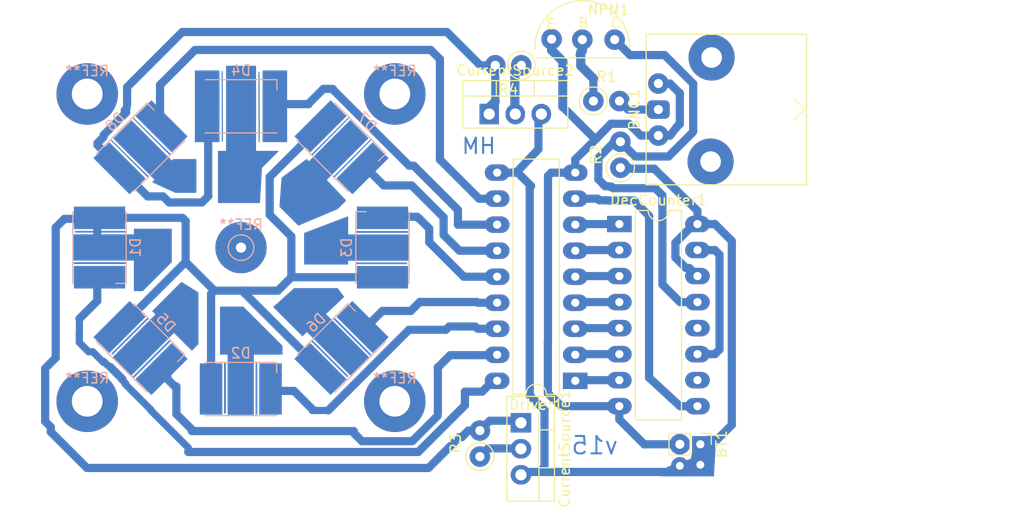
<source format=kicad_pcb>
(kicad_pcb (version 20171130) (host pcbnew "(5.1.5)-3")

  (general
    (thickness 1.6)
    (drawings 27)
    (tracks 287)
    (zones 0)
    (modules 24)
    (nets 34)
  )

  (page A4)
  (title_block
    (title "LED multiplexer")
    (rev v01)
    (comment 4 "Author: Hampus Månefjord")
  )

  (layers
    (0 F.Cu signal)
    (31 B.Cu signal)
    (32 B.Adhes user)
    (33 F.Adhes user)
    (34 B.Paste user)
    (35 F.Paste user)
    (36 B.SilkS user)
    (37 F.SilkS user)
    (38 B.Mask user)
    (39 F.Mask user)
    (40 Dwgs.User user)
    (41 Cmts.User user)
    (42 Eco1.User user)
    (43 Eco2.User user)
    (44 Edge.Cuts user)
    (45 Margin user)
    (46 B.CrtYd user)
    (47 F.CrtYd user)
    (48 B.Fab user)
    (49 F.Fab user)
  )

  (setup
    (last_trace_width 0.8)
    (user_trace_width 0.8)
    (trace_clearance 0.7)
    (zone_clearance 0.508)
    (zone_45_only no)
    (trace_min 0.4)
    (via_size 1.2)
    (via_drill 0.8)
    (via_min_size 1.2)
    (via_min_drill 0.8)
    (uvia_size 0.3)
    (uvia_drill 0.1)
    (uvias_allowed no)
    (uvia_min_size 0.2)
    (uvia_min_drill 0.1)
    (edge_width 0.05)
    (segment_width 0.2)
    (pcb_text_width 0.3)
    (pcb_text_size 1.5 1.5)
    (mod_edge_width 0.12)
    (mod_text_size 1 1)
    (mod_text_width 0.15)
    (pad_size 6 6)
    (pad_drill 3)
    (pad_to_mask_clearance 0.051)
    (solder_mask_min_width 0.25)
    (aux_axis_origin 0 0)
    (grid_origin 30.4 35.9)
    (visible_elements 7EFFB6E7)
    (pcbplotparams
      (layerselection 0x00800_7ffffffe)
      (usegerberextensions false)
      (usegerberattributes false)
      (usegerberadvancedattributes false)
      (creategerberjobfile false)
      (excludeedgelayer true)
      (linewidth 0.200000)
      (plotframeref false)
      (viasonmask false)
      (mode 1)
      (useauxorigin false)
      (hpglpennumber 1)
      (hpglpenspeed 20)
      (hpglpendiameter 15.000000)
      (psnegative false)
      (psa4output false)
      (plotreference true)
      (plotvalue true)
      (plotinvisibletext false)
      (padsonsilk false)
      (subtractmaskfromsilk false)
      (outputformat 1)
      (mirror false)
      (drillshape 0)
      (scaleselection 1)
      (outputdirectory "v15/"))
  )

  (net 0 "")
  (net 1 "Net-(D1-Pad1)")
  (net 2 "Net-(D1-Pad2)")
  (net 3 "Net-(D2-Pad1)")
  (net 4 "Net-(D3-Pad1)")
  (net 5 "Net-(D4-Pad1)")
  (net 6 "Net-(D5-Pad1)")
  (net 7 "Net-(D6-Pad1)")
  (net 8 "Net-(D7-Pad1)")
  (net 9 "Net-(D8-Pad1)")
  (net 10 "Net-(J1-Pad1)")
  (net 11 GND)
  (net 12 "Net-(Q1-Pad2)")
  (net 13 VCC)
  (net 14 "Net-(U1-Pad11)")
  (net 15 "Net-(BNC1-Pad1)")
  (net 16 "Net-(BT1-Pad1)")
  (net 17 "Net-(CurrentSource1-Pad2)")
  (net 18 "Net-(CurrentSource1-Pad1)")
  (net 19 "Net-(CurrentSource2-Pad2)")
  (net 20 "Net-(CurrentSource2-Pad1)")
  (net 21 "Net-(DecCounter1-Pad10)")
  (net 22 "Net-(DecCounter1-Pad7)")
  (net 23 "Net-(DecCounter1-Pad6)")
  (net 24 "Net-(DecCounter1-Pad13)")
  (net 25 "Net-(DecCounter1-Pad5)")
  (net 26 "Net-(DecCounter1-Pad12)")
  (net 27 "Net-(DecCounter1-Pad4)")
  (net 28 "Net-(DecCounter1-Pad11)")
  (net 29 "Net-(DecCounter1-Pad3)")
  (net 30 "Net-(DecCounter1-Pad2)")
  (net 31 "Net-(DecCounter1-Pad9)")
  (net 32 "Net-(DecCounter1-Pad1)")
  (net 33 "Net-(PNP1-Pad2)")

  (net_class Default "This is the default net class."
    (clearance 0.7)
    (trace_width 0.7)
    (via_dia 1.2)
    (via_drill 0.8)
    (uvia_dia 0.3)
    (uvia_drill 0.1)
    (diff_pair_width 0.4)
    (diff_pair_gap 0.25)
    (add_net GND)
    (add_net "Net-(BNC1-Pad1)")
    (add_net "Net-(BT1-Pad1)")
    (add_net "Net-(CurrentSource1-Pad1)")
    (add_net "Net-(CurrentSource1-Pad2)")
    (add_net "Net-(CurrentSource2-Pad1)")
    (add_net "Net-(CurrentSource2-Pad2)")
    (add_net "Net-(D1-Pad1)")
    (add_net "Net-(D1-Pad2)")
    (add_net "Net-(D2-Pad1)")
    (add_net "Net-(D3-Pad1)")
    (add_net "Net-(D4-Pad1)")
    (add_net "Net-(D5-Pad1)")
    (add_net "Net-(D6-Pad1)")
    (add_net "Net-(D7-Pad1)")
    (add_net "Net-(D8-Pad1)")
    (add_net "Net-(DecCounter1-Pad1)")
    (add_net "Net-(DecCounter1-Pad10)")
    (add_net "Net-(DecCounter1-Pad11)")
    (add_net "Net-(DecCounter1-Pad12)")
    (add_net "Net-(DecCounter1-Pad13)")
    (add_net "Net-(DecCounter1-Pad2)")
    (add_net "Net-(DecCounter1-Pad3)")
    (add_net "Net-(DecCounter1-Pad4)")
    (add_net "Net-(DecCounter1-Pad5)")
    (add_net "Net-(DecCounter1-Pad6)")
    (add_net "Net-(DecCounter1-Pad7)")
    (add_net "Net-(DecCounter1-Pad9)")
    (add_net "Net-(J1-Pad1)")
    (add_net "Net-(PNP1-Pad2)")
    (add_net "Net-(Q1-Pad2)")
    (add_net "Net-(U1-Pad11)")
    (add_net VCC)
  )

  (module LED_multiplexer:LED_SMB1N_5x5mm_sep_HS_right (layer B.Cu) (tedit 600ECAD8) (tstamp 5F8FE897)
    (at 30.38 49.7 180)
    (descr "5.0mm x 5.0mm PLCC4 LED")
    (tags "LED Cree PLCC-4")
    (path /5DFAD863)
    (attr smd)
    (fp_text reference D2 (at 0 3.5) (layer B.SilkS)
      (effects (font (size 1 1) (thickness 0.15)) (justify mirror))
    )
    (fp_text value LED (at 0 -4) (layer B.Fab)
      (effects (font (size 1 1) (thickness 0.15)) (justify mirror))
    )
    (fp_poly (pts (xy 1.23952 -2.47904) (xy -1.22428 -2.47904) (xy -1.22428 3.60172) (xy 1.23952 3.60172)) (layer B.Cu) (width 0.1))
    (fp_poly (pts (xy 1.57988 -2.35712) (xy 1.50876 -2.35712) (xy 1.50876 2.5908) (xy 1.57988 2.5908)) (layer B.Cu) (width 0.1))
    (fp_poly (pts (xy -1.48844 -2.4638) (xy -1.55956 -2.4638) (xy -1.55956 2.48412) (xy -1.48844 2.48412)) (layer B.Cu) (width 0.1))
    (fp_text user %R (at 0 0) (layer B.Fab)
      (effects (font (size 1 1) (thickness 0.1)) (justify mirror))
    )
    (fp_circle (center 0 0) (end 0 2) (layer B.Fab) (width 0.1))
    (fp_line (start -3.5 1.6) (end -3.5 2.6) (layer B.SilkS) (width 0.12))
    (fp_line (start -3.5 -2.6) (end 3.5 -2.6) (layer B.SilkS) (width 0.12))
    (fp_line (start -3.5 2.6) (end 3.5 2.6) (layer B.SilkS) (width 0.12))
    (fp_line (start 2.5 2.5) (end -2.5 2.5) (layer B.Fab) (width 0.1))
    (fp_line (start 2.5 -2.5) (end 2.5 2.5) (layer B.Fab) (width 0.1))
    (fp_line (start -2.5 -2.5) (end 2.5 -2.5) (layer B.Fab) (width 0.1))
    (fp_line (start -2.5 2.5) (end -2.5 -2.5) (layer B.Fab) (width 0.1))
    (fp_line (start -1.5 2.5) (end -2.5 1.5) (layer B.Fab) (width 0.1))
    (fp_line (start -3.75 2.85) (end -3.75 -2.85) (layer B.CrtYd) (width 0.05))
    (fp_line (start -3.75 -2.85) (end 3.75 -2.85) (layer B.CrtYd) (width 0.05))
    (fp_line (start 3.75 -2.85) (end 3.75 2.85) (layer B.CrtYd) (width 0.05))
    (fp_line (start 3.75 2.85) (end -3.75 2.85) (layer B.CrtYd) (width 0.05))
    (pad 1 smd rect (at -2.9 0 180) (size 2.2 5) (layers B.Cu B.Paste B.Mask)
      (net 3 "Net-(D2-Pad1)"))
    (pad 2 smd rect (at 2.9 0 180) (size 2.2 5) (layers B.Cu B.Paste B.Mask)
      (net 18 "Net-(CurrentSource1-Pad1)"))
    (model ${KISYS3DMOD}/LED_SMD.3dshapes/LED_Cree-PLCC4_5x5mm_CW.wrl
      (at (xyz 0 0 0))
      (scale (xyz 1 1 1))
      (rotate (xyz 0 0 0))
    )
  )

  (module LED_multiplexer:LED_SMB1N_5x5mm_sep_HS_right (layer B.Cu) (tedit 600ECAD8) (tstamp 5F8FE8AC)
    (at 44.2 35.89 270)
    (descr "5.0mm x 5.0mm PLCC4 LED")
    (tags "LED Cree PLCC-4")
    (path /5DFB504F)
    (attr smd)
    (fp_text reference D3 (at 0 3.5 270) (layer B.SilkS)
      (effects (font (size 1 1) (thickness 0.15)) (justify mirror))
    )
    (fp_text value LED (at 0 -4 270) (layer B.Fab)
      (effects (font (size 1 1) (thickness 0.15)) (justify mirror))
    )
    (fp_poly (pts (xy 1.23952 -2.47904) (xy -1.22428 -2.47904) (xy -1.22428 3.60172) (xy 1.23952 3.60172)) (layer B.Cu) (width 0.1))
    (fp_poly (pts (xy 1.57988 -2.35712) (xy 1.50876 -2.35712) (xy 1.50876 2.5908) (xy 1.57988 2.5908)) (layer B.Cu) (width 0.1))
    (fp_poly (pts (xy -1.48844 -2.4638) (xy -1.55956 -2.4638) (xy -1.55956 2.48412) (xy -1.48844 2.48412)) (layer B.Cu) (width 0.1))
    (fp_text user %R (at 0 0 270) (layer B.Fab)
      (effects (font (size 1 1) (thickness 0.1)) (justify mirror))
    )
    (fp_circle (center 0 0) (end 0 2) (layer B.Fab) (width 0.1))
    (fp_line (start -3.5 1.6) (end -3.5 2.6) (layer B.SilkS) (width 0.12))
    (fp_line (start -3.5 -2.6) (end 3.5 -2.6) (layer B.SilkS) (width 0.12))
    (fp_line (start -3.5 2.6) (end 3.5 2.6) (layer B.SilkS) (width 0.12))
    (fp_line (start 2.5 2.5) (end -2.5 2.5) (layer B.Fab) (width 0.1))
    (fp_line (start 2.5 -2.5) (end 2.5 2.5) (layer B.Fab) (width 0.1))
    (fp_line (start -2.5 -2.5) (end 2.5 -2.5) (layer B.Fab) (width 0.1))
    (fp_line (start -2.5 2.5) (end -2.5 -2.5) (layer B.Fab) (width 0.1))
    (fp_line (start -1.5 2.5) (end -2.5 1.5) (layer B.Fab) (width 0.1))
    (fp_line (start -3.75 2.85) (end -3.75 -2.85) (layer B.CrtYd) (width 0.05))
    (fp_line (start -3.75 -2.85) (end 3.75 -2.85) (layer B.CrtYd) (width 0.05))
    (fp_line (start 3.75 -2.85) (end 3.75 2.85) (layer B.CrtYd) (width 0.05))
    (fp_line (start 3.75 2.85) (end -3.75 2.85) (layer B.CrtYd) (width 0.05))
    (pad 1 smd rect (at -2.9 0 270) (size 2.2 5) (layers B.Cu B.Paste B.Mask)
      (net 4 "Net-(D3-Pad1)"))
    (pad 2 smd rect (at 2.9 0 270) (size 2.2 5) (layers B.Cu B.Paste B.Mask)
      (net 18 "Net-(CurrentSource1-Pad1)"))
    (model ${KISYS3DMOD}/LED_SMD.3dshapes/LED_Cree-PLCC4_5x5mm_CW.wrl
      (at (xyz 0 0 0))
      (scale (xyz 1 1 1))
      (rotate (xyz 0 0 0))
    )
  )

  (module LED_multiplexer:LED_SMB1N_5x5mm_sep_HS_right (layer B.Cu) (tedit 600ECAD8) (tstamp 5F8FE882)
    (at 16.6 35.89 90)
    (descr "5.0mm x 5.0mm PLCC4 LED")
    (tags "LED Cree PLCC-4")
    (path /5DFAC08F)
    (attr smd)
    (fp_text reference D1 (at 0 3.5 90) (layer B.SilkS)
      (effects (font (size 1 1) (thickness 0.15)) (justify mirror))
    )
    (fp_text value "LEDs 365nm - 940nm" (at 0 -4 90) (layer B.Fab)
      (effects (font (size 1 1) (thickness 0.15)) (justify mirror))
    )
    (fp_poly (pts (xy 1.23952 -2.47904) (xy -1.22428 -2.47904) (xy -1.22428 3.60172) (xy 1.23952 3.60172)) (layer B.Cu) (width 0.1))
    (fp_poly (pts (xy 1.57988 -2.35712) (xy 1.50876 -2.35712) (xy 1.50876 2.5908) (xy 1.57988 2.5908)) (layer B.Cu) (width 0.1))
    (fp_poly (pts (xy -1.48844 -2.4638) (xy -1.55956 -2.4638) (xy -1.55956 2.48412) (xy -1.48844 2.48412)) (layer B.Cu) (width 0.1))
    (fp_text user %R (at 0 0 90) (layer B.Fab)
      (effects (font (size 1 1) (thickness 0.1)) (justify mirror))
    )
    (fp_circle (center 0 0) (end 0 2) (layer B.Fab) (width 0.1))
    (fp_line (start -3.5 1.6) (end -3.5 2.6) (layer B.SilkS) (width 0.12))
    (fp_line (start -3.5 -2.6) (end 3.5 -2.6) (layer B.SilkS) (width 0.12))
    (fp_line (start -3.5 2.6) (end 3.5 2.6) (layer B.SilkS) (width 0.12))
    (fp_line (start 2.5 2.5) (end -2.5 2.5) (layer B.Fab) (width 0.1))
    (fp_line (start 2.5 -2.5) (end 2.5 2.5) (layer B.Fab) (width 0.1))
    (fp_line (start -2.5 -2.5) (end 2.5 -2.5) (layer B.Fab) (width 0.1))
    (fp_line (start -2.5 2.5) (end -2.5 -2.5) (layer B.Fab) (width 0.1))
    (fp_line (start -1.5 2.5) (end -2.5 1.5) (layer B.Fab) (width 0.1))
    (fp_line (start -3.75 2.85) (end -3.75 -2.85) (layer B.CrtYd) (width 0.05))
    (fp_line (start -3.75 -2.85) (end 3.75 -2.85) (layer B.CrtYd) (width 0.05))
    (fp_line (start 3.75 -2.85) (end 3.75 2.85) (layer B.CrtYd) (width 0.05))
    (fp_line (start 3.75 2.85) (end -3.75 2.85) (layer B.CrtYd) (width 0.05))
    (pad 1 smd rect (at -2.9 0 90) (size 2.2 5) (layers B.Cu B.Paste B.Mask)
      (net 1 "Net-(D1-Pad1)"))
    (pad 2 smd rect (at 2.9 0 90) (size 2.2 5) (layers B.Cu B.Paste B.Mask)
      (net 18 "Net-(CurrentSource1-Pad1)"))
    (model ${KISYS3DMOD}/LED_SMD.3dshapes/LED_Cree-PLCC4_5x5mm_CW.wrl
      (at (xyz 0 0 0))
      (scale (xyz 1 1 1))
      (rotate (xyz 0 0 0))
    )
  )

  (module LED_multiplexer:LED_SMB1N_5x5mm_sep_HS_right (layer B.Cu) (tedit 600ECAD8) (tstamp 5F8FE8D6)
    (at 20.6 45.7 135)
    (descr "5.0mm x 5.0mm PLCC4 LED")
    (tags "LED Cree PLCC-4")
    (path /5DFACD24)
    (attr smd)
    (fp_text reference D5 (at 0 3.5 135) (layer B.SilkS)
      (effects (font (size 1 1) (thickness 0.15)) (justify mirror))
    )
    (fp_text value LED (at 0 -4 135) (layer B.Fab)
      (effects (font (size 1 1) (thickness 0.15)) (justify mirror))
    )
    (fp_poly (pts (xy 1.23952 -2.47904) (xy -1.22428 -2.47904) (xy -1.22428 3.60172) (xy 1.23952 3.60172)) (layer B.Cu) (width 0.1))
    (fp_poly (pts (xy 1.57988 -2.35712) (xy 1.50876 -2.35712) (xy 1.50876 2.5908) (xy 1.57988 2.5908)) (layer B.Cu) (width 0.1))
    (fp_poly (pts (xy -1.48844 -2.4638) (xy -1.55956 -2.4638) (xy -1.55956 2.48412) (xy -1.48844 2.48412)) (layer B.Cu) (width 0.1))
    (fp_text user %R (at 0 0 135) (layer B.Fab)
      (effects (font (size 1 1) (thickness 0.1)) (justify mirror))
    )
    (fp_circle (center 0 0) (end 0 2) (layer B.Fab) (width 0.1))
    (fp_line (start -3.5 1.6) (end -3.5 2.6) (layer B.SilkS) (width 0.12))
    (fp_line (start -3.5 -2.6) (end 3.5 -2.6) (layer B.SilkS) (width 0.12))
    (fp_line (start -3.5 2.6) (end 3.5 2.6) (layer B.SilkS) (width 0.12))
    (fp_line (start 2.5 2.5) (end -2.5 2.5) (layer B.Fab) (width 0.1))
    (fp_line (start 2.5 -2.5) (end 2.5 2.5) (layer B.Fab) (width 0.1))
    (fp_line (start -2.5 -2.5) (end 2.5 -2.5) (layer B.Fab) (width 0.1))
    (fp_line (start -2.5 2.5) (end -2.5 -2.5) (layer B.Fab) (width 0.1))
    (fp_line (start -1.5 2.5) (end -2.5 1.5) (layer B.Fab) (width 0.1))
    (fp_line (start -3.75 2.85) (end -3.75 -2.85) (layer B.CrtYd) (width 0.05))
    (fp_line (start -3.75 -2.85) (end 3.75 -2.85) (layer B.CrtYd) (width 0.05))
    (fp_line (start 3.75 -2.85) (end 3.75 2.85) (layer B.CrtYd) (width 0.05))
    (fp_line (start 3.75 2.85) (end -3.75 2.85) (layer B.CrtYd) (width 0.05))
    (pad 1 smd rect (at -2.9 0 135) (size 2.2 5) (layers B.Cu B.Paste B.Mask)
      (net 6 "Net-(D5-Pad1)"))
    (pad 2 smd rect (at 2.9 0 135) (size 2.2 5) (layers B.Cu B.Paste B.Mask)
      (net 18 "Net-(CurrentSource1-Pad1)"))
    (model ${KISYS3DMOD}/LED_SMD.3dshapes/LED_Cree-PLCC4_5x5mm_CW.wrl
      (at (xyz 0 0 0))
      (scale (xyz 1 1 1))
      (rotate (xyz 0 0 0))
    )
  )

  (module LED_multiplexer:LED_SMB1N_5x5mm_sep_HS_right (layer B.Cu) (tedit 600ECAD8) (tstamp 5F8FE8EB)
    (at 40.2 45.7 225)
    (descr "5.0mm x 5.0mm PLCC4 LED")
    (tags "LED Cree PLCC-4")
    (path /5DFAD86D)
    (attr smd)
    (fp_text reference D6 (at 0 3.5 45) (layer B.SilkS)
      (effects (font (size 1 1) (thickness 0.15)) (justify mirror))
    )
    (fp_text value LED (at 0 -4 45) (layer B.Fab)
      (effects (font (size 1 1) (thickness 0.15)) (justify mirror))
    )
    (fp_poly (pts (xy 1.23952 -2.47904) (xy -1.22428 -2.47904) (xy -1.22428 3.60172) (xy 1.23952 3.60172)) (layer B.Cu) (width 0.1))
    (fp_poly (pts (xy 1.57988 -2.35712) (xy 1.50876 -2.35712) (xy 1.50876 2.5908) (xy 1.57988 2.5908)) (layer B.Cu) (width 0.1))
    (fp_poly (pts (xy -1.48844 -2.4638) (xy -1.55956 -2.4638) (xy -1.55956 2.48412) (xy -1.48844 2.48412)) (layer B.Cu) (width 0.1))
    (fp_text user %R (at 0 0 45) (layer B.Fab)
      (effects (font (size 1 1) (thickness 0.1)) (justify mirror))
    )
    (fp_circle (center 0 0) (end 0 2) (layer B.Fab) (width 0.1))
    (fp_line (start -3.5 1.6) (end -3.5 2.6) (layer B.SilkS) (width 0.12))
    (fp_line (start -3.5 -2.6) (end 3.5 -2.6) (layer B.SilkS) (width 0.12))
    (fp_line (start -3.5 2.6) (end 3.5 2.6) (layer B.SilkS) (width 0.12))
    (fp_line (start 2.5 2.5) (end -2.5 2.5) (layer B.Fab) (width 0.1))
    (fp_line (start 2.5 -2.5) (end 2.5 2.5) (layer B.Fab) (width 0.1))
    (fp_line (start -2.5 -2.5) (end 2.5 -2.5) (layer B.Fab) (width 0.1))
    (fp_line (start -2.5 2.5) (end -2.5 -2.5) (layer B.Fab) (width 0.1))
    (fp_line (start -1.5 2.5) (end -2.5 1.5) (layer B.Fab) (width 0.1))
    (fp_line (start -3.75 2.85) (end -3.75 -2.85) (layer B.CrtYd) (width 0.05))
    (fp_line (start -3.75 -2.85) (end 3.75 -2.85) (layer B.CrtYd) (width 0.05))
    (fp_line (start 3.75 -2.85) (end 3.75 2.85) (layer B.CrtYd) (width 0.05))
    (fp_line (start 3.75 2.85) (end -3.75 2.85) (layer B.CrtYd) (width 0.05))
    (pad 1 smd rect (at -2.9 0 225) (size 2.2 5) (layers B.Cu B.Paste B.Mask)
      (net 7 "Net-(D6-Pad1)"))
    (pad 2 smd rect (at 2.9 0 225) (size 2.2 5) (layers B.Cu B.Paste B.Mask)
      (net 18 "Net-(CurrentSource1-Pad1)"))
    (model ${KISYS3DMOD}/LED_SMD.3dshapes/LED_Cree-PLCC4_5x5mm_CW.wrl
      (at (xyz 0 0 0))
      (scale (xyz 1 1 1))
      (rotate (xyz 0 0 0))
    )
  )

  (module LED_multiplexer:LED_SMB1N_5x5mm_sep_HS_left (layer B.Cu) (tedit 600EC8F7) (tstamp 5F8FE900)
    (at 40.2 26.1 135)
    (descr "5.0mm x 5.0mm PLCC4 LED")
    (tags "LED Cree PLCC-4")
    (path /5DFB5059)
    (attr smd)
    (fp_text reference D7 (at 0 3.5 135) (layer B.SilkS)
      (effects (font (size 1 1) (thickness 0.15)) (justify mirror))
    )
    (fp_text value LED (at 0 -4 135) (layer B.Fab)
      (effects (font (size 1 1) (thickness 0.15)) (justify mirror))
    )
    (fp_poly (pts (xy 1.53924 -2.5908) (xy 1.48844 -2.5908) (xy 1.53924 2.4892)) (layer B.Cu) (width 0.1))
    (fp_poly (pts (xy 1.22936 -3.60934) (xy -1.1938 -3.61696) (xy -1.1938 2.44348) (xy 1.22936 2.4511)) (layer B.Cu) (width 0.1))
    (fp_poly (pts (xy -1.50876 -2.52984) (xy -1.55956 -2.52984) (xy -1.50876 2.55016)) (layer B.Cu) (width 0.1))
    (fp_text user %R (at 0 0 135) (layer B.Fab)
      (effects (font (size 1 1) (thickness 0.1)) (justify mirror))
    )
    (fp_circle (center 0 0) (end 0 2) (layer B.Fab) (width 0.1))
    (fp_line (start -3.5 1.6) (end -3.5 2.6) (layer B.SilkS) (width 0.12))
    (fp_line (start -3.5 -2.6) (end 3.5 -2.6) (layer B.SilkS) (width 0.12))
    (fp_line (start -3.5 2.6) (end 3.5 2.6) (layer B.SilkS) (width 0.12))
    (fp_line (start 2.5 2.5) (end -2.5 2.5) (layer B.Fab) (width 0.1))
    (fp_line (start 2.5 -2.5) (end 2.5 2.5) (layer B.Fab) (width 0.1))
    (fp_line (start -2.5 -2.5) (end 2.5 -2.5) (layer B.Fab) (width 0.1))
    (fp_line (start -2.5 2.5) (end -2.5 -2.5) (layer B.Fab) (width 0.1))
    (fp_line (start -1.5 2.5) (end -2.5 1.5) (layer B.Fab) (width 0.1))
    (fp_line (start -3.75 2.85) (end -3.75 -2.85) (layer B.CrtYd) (width 0.05))
    (fp_line (start -3.75 -2.85) (end 3.75 -2.85) (layer B.CrtYd) (width 0.05))
    (fp_line (start 3.75 -2.85) (end 3.75 2.85) (layer B.CrtYd) (width 0.05))
    (fp_line (start 3.75 2.85) (end -3.75 2.85) (layer B.CrtYd) (width 0.05))
    (pad 1 smd rect (at -2.9 0 135) (size 2.2 5) (layers B.Cu B.Paste B.Mask)
      (net 8 "Net-(D7-Pad1)"))
    (pad 2 smd rect (at 2.9 0 135) (size 2.2 5) (layers B.Cu B.Paste B.Mask)
      (net 18 "Net-(CurrentSource1-Pad1)"))
    (model ${KISYS3DMOD}/LED_SMD.3dshapes/LED_Cree-PLCC4_5x5mm_CW.wrl
      (at (xyz 0 0 0))
      (scale (xyz 1 1 1))
      (rotate (xyz 0 0 0))
    )
  )

  (module LED_multiplexer:LED_SMB1N_5x5mm_sep_HS_left (layer B.Cu) (tedit 600EC8F7) (tstamp 5F8FE915)
    (at 20.6 26.1 225)
    (descr "5.0mm x 5.0mm PLCC4 LED")
    (tags "LED Cree PLCC-4")
    (path /5DFB506D)
    (attr smd)
    (fp_text reference D8 (at 0 3.5 45) (layer B.SilkS)
      (effects (font (size 1 1) (thickness 0.15)) (justify mirror))
    )
    (fp_text value LED (at 0 -4 45) (layer B.Fab)
      (effects (font (size 1 1) (thickness 0.15)) (justify mirror))
    )
    (fp_poly (pts (xy 1.53924 -2.5908) (xy 1.48844 -2.5908) (xy 1.53924 2.4892)) (layer B.Cu) (width 0.1))
    (fp_poly (pts (xy 1.22936 -3.60934) (xy -1.1938 -3.61696) (xy -1.1938 2.44348) (xy 1.22936 2.4511)) (layer B.Cu) (width 0.1))
    (fp_poly (pts (xy -1.50876 -2.52984) (xy -1.55956 -2.52984) (xy -1.50876 2.55016)) (layer B.Cu) (width 0.1))
    (fp_text user %R (at 0 0 45) (layer B.Fab)
      (effects (font (size 1 1) (thickness 0.1)) (justify mirror))
    )
    (fp_circle (center 0 0) (end 0 2) (layer B.Fab) (width 0.1))
    (fp_line (start -3.5 1.6) (end -3.5 2.6) (layer B.SilkS) (width 0.12))
    (fp_line (start -3.5 -2.6) (end 3.5 -2.6) (layer B.SilkS) (width 0.12))
    (fp_line (start -3.5 2.6) (end 3.5 2.6) (layer B.SilkS) (width 0.12))
    (fp_line (start 2.5 2.5) (end -2.5 2.5) (layer B.Fab) (width 0.1))
    (fp_line (start 2.5 -2.5) (end 2.5 2.5) (layer B.Fab) (width 0.1))
    (fp_line (start -2.5 -2.5) (end 2.5 -2.5) (layer B.Fab) (width 0.1))
    (fp_line (start -2.5 2.5) (end -2.5 -2.5) (layer B.Fab) (width 0.1))
    (fp_line (start -1.5 2.5) (end -2.5 1.5) (layer B.Fab) (width 0.1))
    (fp_line (start -3.75 2.85) (end -3.75 -2.85) (layer B.CrtYd) (width 0.05))
    (fp_line (start -3.75 -2.85) (end 3.75 -2.85) (layer B.CrtYd) (width 0.05))
    (fp_line (start 3.75 -2.85) (end 3.75 2.85) (layer B.CrtYd) (width 0.05))
    (fp_line (start 3.75 2.85) (end -3.75 2.85) (layer B.CrtYd) (width 0.05))
    (pad 1 smd rect (at -2.9 0 225) (size 2.2 5) (layers B.Cu B.Paste B.Mask)
      (net 9 "Net-(D8-Pad1)"))
    (pad 2 smd rect (at 2.9 0 225) (size 2.2 5) (layers B.Cu B.Paste B.Mask)
      (net 20 "Net-(CurrentSource2-Pad1)"))
    (model ${KISYS3DMOD}/LED_SMD.3dshapes/LED_Cree-PLCC4_5x5mm_CW.wrl
      (at (xyz 0 0 0))
      (scale (xyz 1 1 1))
      (rotate (xyz 0 0 0))
    )
  )

  (module LED_multiplexer:LED_SMB1N_8x8mm_HS_left (layer B.Cu) (tedit 600EC6AA) (tstamp 5F8FE8C1)
    (at 30.4 22.1 180)
    (descr "5.0mm x 5.0mm PLCC4 LED")
    (tags "LED Cree PLCC-4")
    (path /5DFB5063)
    (attr smd)
    (fp_text reference D4 (at 0 3.5) (layer B.SilkS)
      (effects (font (size 1 1) (thickness 0.15)) (justify mirror))
    )
    (fp_text value LED (at 0 -4) (layer B.Fab)
      (effects (font (size 1 1) (thickness 0.15)) (justify mirror))
    )
    (fp_poly (pts (xy 1.81864 -3.39852) (xy 1.80848 -2.50444) (xy 1.83388 3.39852)) (layer B.Cu) (width 0.1))
    (fp_poly (pts (xy 1.40716 -4.9784) (xy -1.41732 -4.98348) (xy -1.41732 3.90652) (xy 1.40716 3.9116)) (layer B.Cu) (width 0.1))
    (fp_poly (pts (xy -1.76784 -3.46964) (xy -1.778 -2.57556) (xy -1.7526 3.3274)) (layer B.Cu) (width 0.1))
    (fp_text user %R (at 0 0) (layer B.Fab)
      (effects (font (size 1 1) (thickness 0.1)) (justify mirror))
    )
    (fp_circle (center 0 0) (end 0 2) (layer B.Fab) (width 0.1))
    (fp_line (start -3.5 1.6) (end -3.5 2.6) (layer B.SilkS) (width 0.12))
    (fp_line (start -3.5 -2.6) (end 3.5 -2.6) (layer B.SilkS) (width 0.12))
    (fp_line (start -3.5 2.6) (end 3.5 2.6) (layer B.SilkS) (width 0.12))
    (fp_line (start 2.5 2.5) (end -2.5 2.5) (layer B.Fab) (width 0.1))
    (fp_line (start 2.5 -2.5) (end 2.5 2.5) (layer B.Fab) (width 0.1))
    (fp_line (start -2.5 -2.5) (end 2.5 -2.5) (layer B.Fab) (width 0.1))
    (fp_line (start -2.5 2.5) (end -2.5 -2.5) (layer B.Fab) (width 0.1))
    (fp_line (start -1.5 2.5) (end -2.5 1.5) (layer B.Fab) (width 0.1))
    (fp_line (start -3.75 2.85) (end -3.75 -2.85) (layer B.CrtYd) (width 0.05))
    (fp_line (start -3.75 -2.85) (end 3.75 -2.85) (layer B.CrtYd) (width 0.05))
    (fp_line (start 3.75 -2.85) (end 3.75 2.85) (layer B.CrtYd) (width 0.05))
    (fp_line (start 3.75 2.85) (end -3.75 2.85) (layer B.CrtYd) (width 0.05))
    (pad 1 smd rect (at -3.3 0 180) (size 2.4 7) (layers B.Cu B.Paste B.Mask)
      (net 5 "Net-(D4-Pad1)"))
    (pad 2 smd rect (at 3.3 0 180) (size 2.4 7) (layers B.Cu B.Paste B.Mask)
      (net 20 "Net-(CurrentSource2-Pad1)"))
    (model ${KISYS3DMOD}/LED_SMD.3dshapes/LED_Cree-PLCC4_5x5mm_CW.wrl
      (at (xyz 0 0 0))
      (scale (xyz 1 1 1))
      (rotate (xyz 0 0 0))
    )
  )

  (module LED_multiplexer:PinHeader_1x02_P2.00mm_Vertical_hampus (layer F.Cu) (tedit 5E3153BA) (tstamp 5F8F3F7C)
    (at 75.2 55.1 270)
    (descr "Through hole straight pin header, 1x02, 2.00mm pitch, single row")
    (tags "Through hole pin header THT 1x02 2.00mm single row")
    (path /5DFF155D)
    (fp_text reference BT1 (at 0 -2.06 90) (layer F.SilkS)
      (effects (font (size 1 1) (thickness 0.15)))
    )
    (fp_text value 9V (at 0 4.06 90) (layer F.Fab)
      (effects (font (size 1 1) (thickness 0.15)))
    )
    (fp_line (start 1.5 -1.5) (end -1.5 -1.5) (layer F.CrtYd) (width 0.05))
    (fp_line (start 1.5 3.5) (end 1.5 -1.5) (layer F.CrtYd) (width 0.05))
    (fp_line (start -1.5 3.5) (end 1.5 3.5) (layer F.CrtYd) (width 0.05))
    (fp_line (start -1.5 -1.5) (end -1.5 3.5) (layer F.CrtYd) (width 0.05))
    (fp_line (start -1.06 -1.06) (end 0 -1.06) (layer F.SilkS) (width 0.12))
    (fp_line (start -1.06 0) (end -1.06 -1.06) (layer F.SilkS) (width 0.12))
    (fp_line (start -1.06 1) (end 1.06 1) (layer F.SilkS) (width 0.12))
    (fp_line (start 1.06 1) (end 1.06 3.06) (layer F.SilkS) (width 0.12))
    (fp_line (start -1.06 1) (end -1.06 3.06) (layer F.SilkS) (width 0.12))
    (fp_line (start -1.06 3.06) (end 1.06 3.06) (layer F.SilkS) (width 0.12))
    (fp_line (start -1 -0.5) (end -0.5 -1) (layer F.Fab) (width 0.1))
    (fp_line (start -1 3) (end -1 -0.5) (layer F.Fab) (width 0.1))
    (fp_line (start 1 3) (end -1 3) (layer F.Fab) (width 0.1))
    (fp_line (start 1 -1) (end 1 3) (layer F.Fab) (width 0.1))
    (fp_line (start -0.5 -1) (end 1 -1) (layer F.Fab) (width 0.1))
    (fp_text user %R (at 0 1) (layer F.Fab)
      (effects (font (size 1 1) (thickness 0.15)))
    )
    (pad 1 thru_hole circle (at 2.1 2 270) (size 1.7 1.7) (drill 0.762) (layers *.Cu *.Mask)
      (net 16 "Net-(BT1-Pad1)"))
    (pad 1 thru_hole circle (at 2 0 270) (size 1.7 1.7) (drill 0.762) (layers *.Cu *.Mask)
      (net 16 "Net-(BT1-Pad1)"))
    (pad 2 thru_hole circle (at 0 2 270) (size 2 2) (drill 0.89) (layers *.Cu *.Mask)
      (net 11 GND))
    (pad 1 thru_hole rect (at 0 0 270) (size 1.6 1.6) (drill 0.8) (layers *.Cu *.Mask)
      (net 16 "Net-(BT1-Pad1)"))
    (model ${KISYS3DMOD}/Connector_PinHeader_2.00mm.3dshapes/PinHeader_1x02_P2.00mm_Vertical.wrl
      (at (xyz 0 0 0))
      (scale (xyz 1 1 1))
      (rotate (xyz 0 0 0))
    )
  )

  (module LED_multiplexer:pnp (layer F.Cu) (tedit 5F9019B8) (tstamp 5F8F3F91)
    (at 63.69 18.49)
    (path /5E31EB60)
    (fp_text reference NPN1 (at 2.54 -5.82) (layer F.SilkS)
      (effects (font (size 1 1) (thickness 0.15)))
    )
    (fp_text value CMOS (at 2.54 5.82) (layer F.Fab)
      (effects (font (size 1 1) (thickness 0.15)))
    )
    (fp_text user C (at 3.2512 -4.5212) (layer F.SilkS)
      (effects (font (size 1 1) (thickness 0.15)))
    )
    (fp_text user B (at 0.1016 -4.5212) (layer F.SilkS)
      (effects (font (size 1 1) (thickness 0.15)))
    )
    (fp_text user E (at -3.0988 -4.4196) (layer F.SilkS)
      (effects (font (size 1 1) (thickness 0.15)))
    )
    (fp_line (start -4.4196 -1.1176) (end 4.2164 -1.1176) (layer F.SilkS) (width 0.12))
    (fp_arc (start 0 -2.0828) (end 4.6228 -2.0828) (angle -180.881404) (layer F.SilkS) (width 0.12))
    (fp_text user %R (at 2.54 -5.82) (layer F.Fab)
      (effects (font (size 1 1) (thickness 0.15)))
    )
    (pad 3 thru_hole circle (at 3.1496 -2.8956) (size 2 2) (drill 0.89) (layers *.Cu *.Mask)
      (net 24 "Net-(DecCounter1-Pad13)"))
    (pad 2 thru_hole circle (at 0 -2.8956) (size 2 2) (drill 0.89) (layers *.Cu *.Mask)
      (net 33 "Net-(PNP1-Pad2)"))
    (pad 1 thru_hole circle (at -2.9972 -2.9464) (size 2 2) (drill 0.89) (layers *.Cu *.Mask)
      (net 11 GND))
  )

  (module LED_multiplexer:Pin_D1.0mm_L10.0mm (layer B.Cu) (tedit 5E318BAD) (tstamp 5E31E15A)
    (at 45.4 20.9)
    (descr "solder Pin_ diameter 1.0mm, hole diameter 1.0mm (press fit), length 10.0mm")
    (tags "solder Pin_ press fit")
    (fp_text reference REF** (at 0 -2.25) (layer B.SilkS)
      (effects (font (size 1 1) (thickness 0.15)) (justify mirror))
    )
    (fp_text value Pin_D1.0mm_L10.0mm (at 0 2.05) (layer B.Fab)
      (effects (font (size 1 1) (thickness 0.15)) (justify mirror))
    )
    (fp_text user %R (at 0 -2.25) (layer B.Fab)
      (effects (font (size 1 1) (thickness 0.15)) (justify mirror))
    )
    (fp_circle (center 0 0) (end 3 0) (layer B.CrtYd) (width 0.05))
    (fp_circle (center 0 0) (end 0.5 0) (layer B.Fab) (width 0.12))
    (fp_circle (center 0 0) (end 1 0) (layer B.Fab) (width 0.12))
    (fp_circle (center 0 0) (end 1.25 -0.05) (layer B.SilkS) (width 0.12))
    (pad 1 thru_hole circle (at 0 0) (size 6 6) (drill 3) (layers *.Cu *.Mask))
    (model ${KISYS3DMOD}/Connector_Pin.3dshapes/Pin_D1.0mm_L10.0mm.wrl
      (at (xyz 0 0 0))
      (scale (xyz 1 1 1))
      (rotate (xyz 0 0 0))
    )
  )

  (module LED_multiplexer:Pin_D1.0mm_L10.0mm (layer B.Cu) (tedit 5E318BAD) (tstamp 5E31E15A)
    (at 15.4 20.9)
    (descr "solder Pin_ diameter 1.0mm, hole diameter 1.0mm (press fit), length 10.0mm")
    (tags "solder Pin_ press fit")
    (fp_text reference REF** (at 0 -2.25) (layer B.SilkS)
      (effects (font (size 1 1) (thickness 0.15)) (justify mirror))
    )
    (fp_text value Pin_D1.0mm_L10.0mm (at 0 2.05) (layer B.Fab)
      (effects (font (size 1 1) (thickness 0.15)) (justify mirror))
    )
    (fp_text user %R (at 0 -2.25) (layer B.Fab)
      (effects (font (size 1 1) (thickness 0.15)) (justify mirror))
    )
    (fp_circle (center 0 0) (end 3 0) (layer B.CrtYd) (width 0.05))
    (fp_circle (center 0 0) (end 0.5 0) (layer B.Fab) (width 0.12))
    (fp_circle (center 0 0) (end 1 0) (layer B.Fab) (width 0.12))
    (fp_circle (center 0 0) (end 1.25 -0.05) (layer B.SilkS) (width 0.12))
    (pad 1 thru_hole circle (at 0 0) (size 6 6) (drill 3) (layers *.Cu *.Mask))
    (model ${KISYS3DMOD}/Connector_Pin.3dshapes/Pin_D1.0mm_L10.0mm.wrl
      (at (xyz 0 0 0))
      (scale (xyz 1 1 1))
      (rotate (xyz 0 0 0))
    )
  )

  (module LED_multiplexer:Pin_D1.0mm_L10.0mm (layer B.Cu) (tedit 5E318BAD) (tstamp 5E31E15A)
    (at 15.4 50.9)
    (descr "solder Pin_ diameter 1.0mm, hole diameter 1.0mm (press fit), length 10.0mm")
    (tags "solder Pin_ press fit")
    (fp_text reference REF** (at 0 -2.25) (layer B.SilkS)
      (effects (font (size 1 1) (thickness 0.15)) (justify mirror))
    )
    (fp_text value Pin_D1.0mm_L10.0mm (at 0 2.05) (layer B.Fab)
      (effects (font (size 1 1) (thickness 0.15)) (justify mirror))
    )
    (fp_text user %R (at 0 -2.25) (layer B.Fab)
      (effects (font (size 1 1) (thickness 0.15)) (justify mirror))
    )
    (fp_circle (center 0 0) (end 3 0) (layer B.CrtYd) (width 0.05))
    (fp_circle (center 0 0) (end 0.5 0) (layer B.Fab) (width 0.12))
    (fp_circle (center 0 0) (end 1 0) (layer B.Fab) (width 0.12))
    (fp_circle (center 0 0) (end 1.25 -0.05) (layer B.SilkS) (width 0.12))
    (pad 1 thru_hole circle (at 0 0) (size 6 6) (drill 3) (layers *.Cu *.Mask))
    (model ${KISYS3DMOD}/Connector_Pin.3dshapes/Pin_D1.0mm_L10.0mm.wrl
      (at (xyz 0 0 0))
      (scale (xyz 1 1 1))
      (rotate (xyz 0 0 0))
    )
  )

  (module LED_multiplexer:Pin_D1.0mm_L10.0mm (layer B.Cu) (tedit 5F9AD32D) (tstamp 5E31E15A)
    (at 45.4 50.9)
    (descr "solder Pin_ diameter 1.0mm, hole diameter 1.0mm (press fit), length 10.0mm")
    (tags "solder Pin_ press fit")
    (fp_text reference REF** (at 0 -2.25) (layer B.SilkS)
      (effects (font (size 1 1) (thickness 0.15)) (justify mirror))
    )
    (fp_text value Pin_D1.0mm_L10.0mm (at 0 2.05) (layer B.Fab)
      (effects (font (size 1 1) (thickness 0.15)) (justify mirror))
    )
    (fp_text user %R (at 0 -2.25) (layer B.Fab)
      (effects (font (size 1 1) (thickness 0.15)) (justify mirror))
    )
    (fp_circle (center 0 0) (end 3 0) (layer B.CrtYd) (width 0.05))
    (fp_circle (center 0 0) (end 0.5 0) (layer B.Fab) (width 0.12))
    (fp_circle (center 0 0) (end 1 0) (layer B.Fab) (width 0.12))
    (fp_circle (center 0 0) (end 1.25 -0.05) (layer B.SilkS) (width 0.12))
    (pad 1 thru_hole circle (at 0 0) (size 6 6) (drill 3) (layers *.Cu *.Mask))
    (model ${KISYS3DMOD}/Connector_Pin.3dshapes/Pin_D1.0mm_L10.0mm.wrl
      (at (xyz 0 0 0))
      (scale (xyz 1 1 1))
      (rotate (xyz 0 0 0))
    )
  )

  (module LED_multiplexer:Pin_D1.0mm_L10.0mm (layer B.Cu) (tedit 5F9AD2F7) (tstamp 5E318C0B)
    (at 30.4 35.9)
    (descr "solder Pin_ diameter 1.0mm, hole diameter 1.0mm (press fit), length 10.0mm")
    (tags "solder Pin_ press fit")
    (fp_text reference REF** (at 0 -2.25) (layer B.SilkS)
      (effects (font (size 1 1) (thickness 0.15)) (justify mirror))
    )
    (fp_text value Pin_D1.0mm_L10.0mm (at 0 2.05) (layer B.Fab)
      (effects (font (size 1 1) (thickness 0.15)) (justify mirror))
    )
    (fp_text user %R (at 0 -2.25) (layer B.Fab)
      (effects (font (size 1 1) (thickness 0.15)) (justify mirror))
    )
    (fp_circle (center 0 0) (end 3 0) (layer B.CrtYd) (width 0.05))
    (fp_circle (center 0 0) (end 0.5 0) (layer B.Fab) (width 0.12))
    (fp_circle (center 0 0) (end 1 0) (layer B.Fab) (width 0.12))
    (fp_circle (center 0 0) (end 1.25 -0.05) (layer B.SilkS) (width 0.12))
    (pad 1 thru_hole circle (at 0 0) (size 5 5) (drill 1) (layers *.Cu *.Mask))
    (model ${KISYS3DMOD}/Connector_Pin.3dshapes/Pin_D1.0mm_L10.0mm.wrl
      (at (xyz 0 0 0))
      (scale (xyz 1 1 1))
      (rotate (xyz 0 0 0))
    )
  )

  (module LED_multiplexer:BNC_coax_Horizontal_c2 (layer F.Cu) (tedit 5F9AD2D2) (tstamp 5DFC9608)
    (at 71.11 22.42 270)
    (descr "dual independently isolated BNC plug (https://www.amphenolrf.com/downloads/dl/file/id/2980/product/644/031_6575_customer_drawing.pdf)")
    (tags "Dual BNC Amphenol Horizontal")
    (path /5DFCCCA6)
    (fp_text reference BNC1 (at 0 2.35 90) (layer F.SilkS)
      (effects (font (size 1 1) (thickness 0.15)))
    )
    (fp_text value Coaxial (at 0 4.35 270) (layer F.Fab)
      (effects (font (size 1 1) (thickness 0.15)))
    )
    (fp_line (start 0 -14.25) (end 1 -13.25) (layer F.SilkS) (width 0.12))
    (fp_line (start 0 -14.25) (end -1 -13.25) (layer F.SilkS) (width 0.12))
    (fp_line (start 7.7 1.55) (end 7.7 -35.65) (layer F.CrtYd) (width 0.05))
    (fp_line (start 7.7 -35.65) (end -7.7 -35.65) (layer F.CrtYd) (width 0.05))
    (fp_line (start -7.7 1.55) (end -7.7 -35.65) (layer F.CrtYd) (width 0.05))
    (fp_line (start -7.7 1.55) (end 7.7 1.55) (layer F.CrtYd) (width 0.05))
    (fp_line (start -7.35 1.2) (end -7.35 -14.45) (layer F.SilkS) (width 0.12))
    (fp_line (start 7.35 1.2) (end -7.35 1.2) (layer F.SilkS) (width 0.12))
    (fp_line (start 7.35 -14.45) (end 7.35 1.2) (layer F.SilkS) (width 0.12))
    (fp_line (start -7.35 -14.45) (end 7.35 -14.45) (layer F.SilkS) (width 0.12))
    (fp_line (start -5 -15.75) (end 5 -16.75) (layer F.Fab) (width 0.1))
    (fp_text user %R (at 0 0 90) (layer F.Fab)
      (effects (font (size 1 1) (thickness 0.15)))
    )
    (fp_line (start -7.2 -14.45) (end -7.2 1.05) (layer F.Fab) (width 0.1))
    (fp_line (start 7.2 -14.45) (end -7.2 -14.45) (layer F.Fab) (width 0.1))
    (fp_line (start 7.2 1.05) (end 7.2 -14.45) (layer F.Fab) (width 0.1))
    (fp_line (start -7.2 1.05) (end 7.2 1.05) (layer F.Fab) (width 0.1))
    (fp_line (start -6.35 -23.05) (end -6.35 -14.45) (layer F.Fab) (width 0.1))
    (fp_line (start 6.35 -23.05) (end -6.35 -23.05) (layer F.Fab) (width 0.1))
    (fp_line (start 6.35 -14.45) (end 6.35 -23.05) (layer F.Fab) (width 0.1))
    (fp_line (start -4.8 -35.15) (end -4.8 -23.05) (layer F.Fab) (width 0.1))
    (fp_line (start 4.8 -35.15) (end -4.8 -35.15) (layer F.Fab) (width 0.1))
    (fp_line (start 4.8 -23.05) (end 4.8 -35.15) (layer F.Fab) (width 0.1))
    (fp_circle (center 0 -29.92) (end 1 -29.92) (layer F.Fab) (width 0.1))
    (fp_line (start -5 -16.75) (end 5 -17.75) (layer F.Fab) (width 0.1))
    (fp_line (start -5 -17.75) (end 5 -18.75) (layer F.Fab) (width 0.1))
    (fp_line (start -5 -18.75) (end 5 -19.75) (layer F.Fab) (width 0.1))
    (fp_line (start -5 -19.75) (end 5 -20.75) (layer F.Fab) (width 0.1))
    (fp_line (start -5 -20.75) (end 5 -21.75) (layer F.Fab) (width 0.1))
    (fp_line (start -5 -21.75) (end 5 -22.75) (layer F.Fab) (width 0.1))
    (pad 2 thru_hole circle (at 2.54 0 270) (size 2 2) (drill 0.89) (layers *.Cu *.Mask)
      (net 11 GND))
    (pad 2 thru_hole circle (at -2.54 0 270) (size 2 2) (drill 0.89) (layers *.Cu *.Mask)
      (net 11 GND))
    (pad 1 thru_hole roundrect (at 0 0 270) (size 1.8 2.2) (drill 0.89) (layers *.Cu *.Mask) (roundrect_rratio 0.25)
      (net 15 "Net-(BNC1-Pad1)"))
    (pad "" thru_hole circle (at 5.08 -5.09 270) (size 4.5 4.5) (drill 2.01) (layers *.Cu *.Mask))
    (pad "" thru_hole circle (at -5.08 -5.19 270) (size 4.5 4.5) (drill 2.01) (layers *.Cu *.Mask))
    (model ${KISYS3DMOD}/Connector_Coaxial.3dshapes/BNC_Amphenol_031-6575_Horizontal.wrl
      (at (xyz 0 0 0))
      (scale (xyz 1 1 1))
      (rotate (xyz 0 0 0))
    )
  )

  (module Resistor_THT:R_Axial_DIN0207_L6.3mm_D2.5mm_P2.54mm_Vertical (layer F.Cu) (tedit 5AE5139B) (tstamp 5DFB9604)
    (at 67.4 28.1 90)
    (descr "Resistor, Axial_DIN0207 series, Axial, Vertical, pin pitch=2.54mm, 0.25W = 1/4W, length*diameter=6.3*2.5mm^2, http://cdn-reichelt.de/documents/datenblatt/B400/1_4W%23YAG.pdf")
    (tags "Resistor Axial_DIN0207 series Axial Vertical pin pitch 2.54mm 0.25W = 1/4W length 6.3mm diameter 2.5mm")
    (path /5DFCA9A7)
    (fp_text reference R2 (at 1.27 -2.37 90) (layer F.SilkS)
      (effects (font (size 1 1) (thickness 0.15)))
    )
    (fp_text value 4k7 (at 1.27 2.37 90) (layer F.Fab)
      (effects (font (size 1 1) (thickness 0.15)))
    )
    (fp_text user %R (at 1.27 -2.37 90) (layer F.Fab)
      (effects (font (size 1 1) (thickness 0.15)))
    )
    (fp_line (start 3.59 -1.5) (end -1.5 -1.5) (layer F.CrtYd) (width 0.05))
    (fp_line (start 3.59 1.5) (end 3.59 -1.5) (layer F.CrtYd) (width 0.05))
    (fp_line (start -1.5 1.5) (end 3.59 1.5) (layer F.CrtYd) (width 0.05))
    (fp_line (start -1.5 -1.5) (end -1.5 1.5) (layer F.CrtYd) (width 0.05))
    (fp_line (start 1.37 0) (end 1.44 0) (layer F.SilkS) (width 0.12))
    (fp_line (start 0 0) (end 2.54 0) (layer F.Fab) (width 0.1))
    (fp_circle (center 0 0) (end 1.37 0) (layer F.SilkS) (width 0.12))
    (fp_circle (center 0 0) (end 1.25 0) (layer F.Fab) (width 0.1))
    (pad 2 thru_hole circle (at 2.54 0 90) (size 2 2) (drill 0.89) (layers *.Cu *.Mask)
      (net 24 "Net-(DecCounter1-Pad13)"))
    (pad 1 thru_hole circle (at 0 0 90) (size 2 2) (drill 0.89) (layers *.Cu *.Mask)
      (net 13 VCC))
    (model ${KISYS3DMOD}/Resistor_THT.3dshapes/R_Axial_DIN0207_L6.3mm_D2.5mm_P2.54mm_Vertical.wrl
      (at (xyz 0 0 0))
      (scale (xyz 1 1 1))
      (rotate (xyz 0 0 0))
    )
  )

  (module Resistor_THT:R_Axial_DIN0207_L6.3mm_D2.5mm_P2.54mm_Vertical (layer F.Cu) (tedit 5AE5139B) (tstamp 5DFB9046)
    (at 53.7 56.3 90)
    (descr "Resistor, Axial_DIN0207 series, Axial, Vertical, pin pitch=2.54mm, 0.25W = 1/4W, length*diameter=6.3*2.5mm^2, http://cdn-reichelt.de/documents/datenblatt/B400/1_4W%23YAG.pdf")
    (tags "Resistor Axial_DIN0207 series Axial Vertical pin pitch 2.54mm 0.25W = 1/4W length 6.3mm diameter 2.5mm")
    (path /5DFB79BD)
    (fp_text reference R3 (at 1.27 -2.37 90) (layer F.SilkS)
      (effects (font (size 1 1) (thickness 0.15)))
    )
    (fp_text value 3.6 (at 1.27 2.37 90) (layer F.Fab)
      (effects (font (size 1 1) (thickness 0.15)))
    )
    (fp_text user %R (at 1.27 -2.37 90) (layer F.Fab)
      (effects (font (size 1 1) (thickness 0.15)))
    )
    (fp_line (start 3.59 -1.5) (end -1.5 -1.5) (layer F.CrtYd) (width 0.05))
    (fp_line (start 3.59 1.5) (end 3.59 -1.5) (layer F.CrtYd) (width 0.05))
    (fp_line (start -1.5 1.5) (end 3.59 1.5) (layer F.CrtYd) (width 0.05))
    (fp_line (start -1.5 -1.5) (end -1.5 1.5) (layer F.CrtYd) (width 0.05))
    (fp_line (start 1.37 0) (end 1.44 0) (layer F.SilkS) (width 0.12))
    (fp_line (start 0 0) (end 2.54 0) (layer F.Fab) (width 0.1))
    (fp_circle (center 0 0) (end 1.37 0) (layer F.SilkS) (width 0.12))
    (fp_circle (center 0 0) (end 1.25 0) (layer F.Fab) (width 0.1))
    (pad 2 thru_hole circle (at 2.54 0 90) (size 2 2) (drill 0.89) (layers *.Cu *.Mask)
      (net 18 "Net-(CurrentSource1-Pad1)"))
    (pad 1 thru_hole circle (at 0 0 90) (size 2 2) (drill 0.89) (layers *.Cu *.Mask)
      (net 17 "Net-(CurrentSource1-Pad2)"))
    (model ${KISYS3DMOD}/Resistor_THT.3dshapes/R_Axial_DIN0207_L6.3mm_D2.5mm_P2.54mm_Vertical.wrl
      (at (xyz 0 0 0))
      (scale (xyz 1 1 1))
      (rotate (xyz 0 0 0))
    )
  )

  (module Resistor_THT:R_Axial_DIN0207_L6.3mm_D2.5mm_P2.54mm_Vertical (layer F.Cu) (tedit 5AE5139B) (tstamp 5DFB4D64)
    (at 57.74 18.1 180)
    (descr "Resistor, Axial_DIN0207 series, Axial, Vertical, pin pitch=2.54mm, 0.25W = 1/4W, length*diameter=6.3*2.5mm^2, http://cdn-reichelt.de/documents/datenblatt/B400/1_4W%23YAG.pdf")
    (tags "Resistor Axial_DIN0207 series Axial Vertical pin pitch 2.54mm 0.25W = 1/4W length 6.3mm diameter 2.5mm")
    (path /5DFB6A05)
    (fp_text reference R4 (at 1.27 -2.37) (layer F.SilkS)
      (effects (font (size 1 1) (thickness 0.15)))
    )
    (fp_text value 2.5 (at 1.27 2.37) (layer F.Fab)
      (effects (font (size 1 1) (thickness 0.15)))
    )
    (fp_text user %R (at 1.27 -2.37) (layer F.Fab)
      (effects (font (size 1 1) (thickness 0.15)))
    )
    (fp_line (start 3.59 -1.5) (end -1.5 -1.5) (layer F.CrtYd) (width 0.05))
    (fp_line (start 3.59 1.5) (end 3.59 -1.5) (layer F.CrtYd) (width 0.05))
    (fp_line (start -1.5 1.5) (end 3.59 1.5) (layer F.CrtYd) (width 0.05))
    (fp_line (start -1.5 -1.5) (end -1.5 1.5) (layer F.CrtYd) (width 0.05))
    (fp_line (start 1.37 0) (end 1.44 0) (layer F.SilkS) (width 0.12))
    (fp_line (start 0 0) (end 2.54 0) (layer F.Fab) (width 0.1))
    (fp_circle (center 0 0) (end 1.37 0) (layer F.SilkS) (width 0.12))
    (fp_circle (center 0 0) (end 1.25 0) (layer F.Fab) (width 0.1))
    (pad 2 thru_hole circle (at 2.54 0 180) (size 2 2) (drill 0.89) (layers *.Cu *.Mask)
      (net 20 "Net-(CurrentSource2-Pad1)"))
    (pad 1 thru_hole circle (at 0 0 180) (size 2 2) (drill 0.89) (layers *.Cu *.Mask)
      (net 19 "Net-(CurrentSource2-Pad2)"))
    (model ${KISYS3DMOD}/Resistor_THT.3dshapes/R_Axial_DIN0207_L6.3mm_D2.5mm_P2.54mm_Vertical.wrl
      (at (xyz 0 0 0))
      (scale (xyz 1 1 1))
      (rotate (xyz 0 0 0))
    )
  )

  (module Package_DIP:DIP-16_W7.62mm_LongPads (layer F.Cu) (tedit 5A02E8C5) (tstamp 5DFC8FB4)
    (at 67.3 33.6)
    (descr "16-lead though-hole mounted DIP package, row spacing 7.62 mm (300 mils), LongPads")
    (tags "THT DIP DIL PDIP 2.54mm 7.62mm 300mil LongPads")
    (path /5E006888)
    (fp_text reference DecCounter1 (at 3.81 -2.33) (layer F.SilkS)
      (effects (font (size 1 1) (thickness 0.15)))
    )
    (fp_text value IC4017 (at 3.81 20.11) (layer F.Fab)
      (effects (font (size 1 1) (thickness 0.15)))
    )
    (fp_text user %R (at 3.81 8.89) (layer F.Fab)
      (effects (font (size 1 1) (thickness 0.15)))
    )
    (fp_line (start 9.1 -1.55) (end -1.45 -1.55) (layer F.CrtYd) (width 0.05))
    (fp_line (start 9.1 19.3) (end 9.1 -1.55) (layer F.CrtYd) (width 0.05))
    (fp_line (start -1.45 19.3) (end 9.1 19.3) (layer F.CrtYd) (width 0.05))
    (fp_line (start -1.45 -1.55) (end -1.45 19.3) (layer F.CrtYd) (width 0.05))
    (fp_line (start 6.06 -1.33) (end 4.81 -1.33) (layer F.SilkS) (width 0.12))
    (fp_line (start 6.06 19.11) (end 6.06 -1.33) (layer F.SilkS) (width 0.12))
    (fp_line (start 1.56 19.11) (end 6.06 19.11) (layer F.SilkS) (width 0.12))
    (fp_line (start 1.56 -1.33) (end 1.56 19.11) (layer F.SilkS) (width 0.12))
    (fp_line (start 2.81 -1.33) (end 1.56 -1.33) (layer F.SilkS) (width 0.12))
    (fp_line (start 0.635 -0.27) (end 1.635 -1.27) (layer F.Fab) (width 0.1))
    (fp_line (start 0.635 19.05) (end 0.635 -0.27) (layer F.Fab) (width 0.1))
    (fp_line (start 6.985 19.05) (end 0.635 19.05) (layer F.Fab) (width 0.1))
    (fp_line (start 6.985 -1.27) (end 6.985 19.05) (layer F.Fab) (width 0.1))
    (fp_line (start 1.635 -1.27) (end 6.985 -1.27) (layer F.Fab) (width 0.1))
    (fp_arc (start 3.81 -1.33) (end 2.81 -1.33) (angle -180) (layer F.SilkS) (width 0.12))
    (pad 16 thru_hole oval (at 7.62 0) (size 2.4 1.6) (drill 0.8) (layers *.Cu *.Mask)
      (net 13 VCC))
    (pad 8 thru_hole oval (at 0 17.78) (size 2.4 1.6) (drill 0.8) (layers *.Cu *.Mask)
      (net 11 GND))
    (pad 15 thru_hole oval (at 7.62 2.54) (size 2.4 1.6) (drill 0.8) (layers *.Cu *.Mask)
      (net 21 "Net-(DecCounter1-Pad10)"))
    (pad 7 thru_hole oval (at 0 15.24) (size 2.4 1.6) (drill 0.8) (layers *.Cu *.Mask)
      (net 22 "Net-(DecCounter1-Pad7)"))
    (pad 14 thru_hole oval (at 7.62 5.08) (size 2.4 1.6) (drill 0.8) (layers *.Cu *.Mask)
      (net 13 VCC))
    (pad 6 thru_hole oval (at 0 12.7) (size 2.4 1.6) (drill 0.8) (layers *.Cu *.Mask)
      (net 23 "Net-(DecCounter1-Pad6)"))
    (pad 13 thru_hole oval (at 7.62 7.62) (size 2.4 1.6) (drill 0.8) (layers *.Cu *.Mask)
      (net 24 "Net-(DecCounter1-Pad13)"))
    (pad 5 thru_hole oval (at 0 10.16) (size 2.4 1.6) (drill 0.8) (layers *.Cu *.Mask)
      (net 25 "Net-(DecCounter1-Pad5)"))
    (pad 12 thru_hole oval (at 7.62 10.16) (size 2.4 1.6) (drill 0.8) (layers *.Cu *.Mask)
      (net 26 "Net-(DecCounter1-Pad12)"))
    (pad 4 thru_hole oval (at 0 7.62) (size 2.4 1.6) (drill 0.8) (layers *.Cu *.Mask)
      (net 27 "Net-(DecCounter1-Pad4)"))
    (pad 11 thru_hole oval (at 7.62 12.7) (size 2.4 1.6) (drill 0.8) (layers *.Cu *.Mask)
      (net 28 "Net-(DecCounter1-Pad11)"))
    (pad 3 thru_hole oval (at 0 5.08) (size 2.4 1.6) (drill 0.8) (layers *.Cu *.Mask)
      (net 29 "Net-(DecCounter1-Pad3)"))
    (pad 10 thru_hole oval (at 7.62 15.24) (size 2.4 1.6) (drill 0.8) (layers *.Cu *.Mask)
      (net 21 "Net-(DecCounter1-Pad10)"))
    (pad 2 thru_hole oval (at 0 2.54) (size 2.4 1.6) (drill 0.8) (layers *.Cu *.Mask)
      (net 30 "Net-(DecCounter1-Pad2)"))
    (pad 9 thru_hole oval (at 7.62 17.78) (size 2.4 1.6) (drill 0.8) (layers *.Cu *.Mask)
      (net 31 "Net-(DecCounter1-Pad9)"))
    (pad 1 thru_hole rect (at 0 0) (size 2.4 1.6) (drill 0.8) (layers *.Cu *.Mask)
      (net 32 "Net-(DecCounter1-Pad1)"))
    (model ${KISYS3DMOD}/Package_DIP.3dshapes/DIP-16_W7.62mm.wrl
      (at (xyz 0 0 0))
      (scale (xyz 1 1 1))
      (rotate (xyz 0 0 0))
    )
  )

  (module Package_DIP:DIP-18_W7.62mm_LongPads (layer F.Cu) (tedit 5A02E8C5) (tstamp 5DFB4DAE)
    (at 63 48.9 180)
    (descr "18-lead though-hole mounted DIP package, row spacing 7.62 mm (300 mils), LongPads")
    (tags "THT DIP DIL PDIP 2.54mm 7.62mm 300mil LongPads")
    (path /5E000444)
    (fp_text reference Driver1 (at 3.81 -2.33) (layer F.SilkS)
      (effects (font (size 1 1) (thickness 0.15)))
    )
    (fp_text value TBD62084A (at 3.81 22.65) (layer F.Fab)
      (effects (font (size 1 1) (thickness 0.15)))
    )
    (fp_text user %R (at 3.81 10.16) (layer F.Fab)
      (effects (font (size 1 1) (thickness 0.15)))
    )
    (fp_line (start 9.1 -1.55) (end -1.45 -1.55) (layer F.CrtYd) (width 0.05))
    (fp_line (start 9.1 21.85) (end 9.1 -1.55) (layer F.CrtYd) (width 0.05))
    (fp_line (start -1.45 21.85) (end 9.1 21.85) (layer F.CrtYd) (width 0.05))
    (fp_line (start -1.45 -1.55) (end -1.45 21.85) (layer F.CrtYd) (width 0.05))
    (fp_line (start 6.06 -1.33) (end 4.81 -1.33) (layer F.SilkS) (width 0.12))
    (fp_line (start 6.06 21.65) (end 6.06 -1.33) (layer F.SilkS) (width 0.12))
    (fp_line (start 1.56 21.65) (end 6.06 21.65) (layer F.SilkS) (width 0.12))
    (fp_line (start 1.56 -1.33) (end 1.56 21.65) (layer F.SilkS) (width 0.12))
    (fp_line (start 2.81 -1.33) (end 1.56 -1.33) (layer F.SilkS) (width 0.12))
    (fp_line (start 0.635 -0.27) (end 1.635 -1.27) (layer F.Fab) (width 0.1))
    (fp_line (start 0.635 21.59) (end 0.635 -0.27) (layer F.Fab) (width 0.1))
    (fp_line (start 6.985 21.59) (end 0.635 21.59) (layer F.Fab) (width 0.1))
    (fp_line (start 6.985 -1.27) (end 6.985 21.59) (layer F.Fab) (width 0.1))
    (fp_line (start 1.635 -1.27) (end 6.985 -1.27) (layer F.Fab) (width 0.1))
    (fp_arc (start 3.81 -1.33) (end 2.81 -1.33) (angle -180) (layer F.SilkS) (width 0.12))
    (pad 18 thru_hole oval (at 7.62 0 180) (size 2.4 1.6) (drill 0.8) (layers *.Cu *.Mask)
      (net 1 "Net-(D1-Pad1)"))
    (pad 9 thru_hole oval (at 0 20.32 180) (size 2.4 1.6) (drill 0.8) (layers *.Cu *.Mask)
      (net 11 GND))
    (pad 17 thru_hole oval (at 7.62 2.54 180) (size 2.4 1.6) (drill 0.8) (layers *.Cu *.Mask)
      (net 6 "Net-(D5-Pad1)"))
    (pad 8 thru_hole oval (at 0 17.78 180) (size 2.4 1.6) (drill 0.8) (layers *.Cu *.Mask)
      (net 31 "Net-(DecCounter1-Pad9)"))
    (pad 16 thru_hole oval (at 7.62 5.08 180) (size 2.4 1.6) (drill 0.8) (layers *.Cu *.Mask)
      (net 3 "Net-(D2-Pad1)"))
    (pad 7 thru_hole oval (at 0 15.24 180) (size 2.4 1.6) (drill 0.8) (layers *.Cu *.Mask)
      (net 32 "Net-(DecCounter1-Pad1)"))
    (pad 15 thru_hole oval (at 7.62 7.62 180) (size 2.4 1.6) (drill 0.8) (layers *.Cu *.Mask)
      (net 7 "Net-(D6-Pad1)"))
    (pad 6 thru_hole oval (at 0 12.7 180) (size 2.4 1.6) (drill 0.8) (layers *.Cu *.Mask)
      (net 30 "Net-(DecCounter1-Pad2)"))
    (pad 14 thru_hole oval (at 7.62 10.16 180) (size 2.4 1.6) (drill 0.8) (layers *.Cu *.Mask)
      (net 4 "Net-(D3-Pad1)"))
    (pad 5 thru_hole oval (at 0 10.16 180) (size 2.4 1.6) (drill 0.8) (layers *.Cu *.Mask)
      (net 29 "Net-(DecCounter1-Pad3)"))
    (pad 13 thru_hole oval (at 7.62 12.7 180) (size 2.4 1.6) (drill 0.8) (layers *.Cu *.Mask)
      (net 8 "Net-(D7-Pad1)"))
    (pad 4 thru_hole oval (at 0 7.62 180) (size 2.4 1.6) (drill 0.8) (layers *.Cu *.Mask)
      (net 27 "Net-(DecCounter1-Pad4)"))
    (pad 12 thru_hole oval (at 7.62 15.24 180) (size 2.4 1.6) (drill 0.8) (layers *.Cu *.Mask)
      (net 5 "Net-(D4-Pad1)"))
    (pad 3 thru_hole oval (at 0 5.08 180) (size 2.4 1.6) (drill 0.8) (layers *.Cu *.Mask)
      (net 25 "Net-(DecCounter1-Pad5)"))
    (pad 11 thru_hole oval (at 7.62 17.78 180) (size 2.4 1.6) (drill 0.8) (layers *.Cu *.Mask)
      (net 9 "Net-(D8-Pad1)"))
    (pad 2 thru_hole oval (at 0 2.54 180) (size 2.4 1.6) (drill 0.8) (layers *.Cu *.Mask)
      (net 23 "Net-(DecCounter1-Pad6)"))
    (pad 10 thru_hole oval (at 7.62 20.32 180) (size 2.4 1.6) (drill 0.8) (layers *.Cu *.Mask)
      (net 13 VCC))
    (pad 1 thru_hole rect (at 0 0 180) (size 2.4 1.6) (drill 0.8) (layers *.Cu *.Mask)
      (net 22 "Net-(DecCounter1-Pad7)"))
    (model ${KISYS3DMOD}/Package_DIP.3dshapes/DIP-18_W7.62mm.wrl
      (at (xyz 0 0 0))
      (scale (xyz 1 1 1))
      (rotate (xyz 0 0 0))
    )
  )

  (module Resistor_THT:R_Axial_DIN0207_L6.3mm_D2.5mm_P2.54mm_Vertical (layer F.Cu) (tedit 5AE5139B) (tstamp 5DFB7933)
    (at 64.77 21.59)
    (descr "Resistor, Axial_DIN0207 series, Axial, Vertical, pin pitch=2.54mm, 0.25W = 1/4W, length*diameter=6.3*2.5mm^2, http://cdn-reichelt.de/documents/datenblatt/B400/1_4W%23YAG.pdf")
    (tags "Resistor Axial_DIN0207 series Axial Vertical pin pitch 2.54mm 0.25W = 1/4W length 6.3mm diameter 2.5mm")
    (path /5DFD16E3)
    (fp_text reference R1 (at 1.27 -2.37) (layer F.SilkS)
      (effects (font (size 1 1) (thickness 0.15)))
    )
    (fp_text value 4k7 (at 1.27 2.37) (layer F.Fab)
      (effects (font (size 1 1) (thickness 0.15)))
    )
    (fp_text user %R (at 1.27 -2.37) (layer F.Fab)
      (effects (font (size 1 1) (thickness 0.15)))
    )
    (fp_line (start 3.59 -1.5) (end -1.5 -1.5) (layer F.CrtYd) (width 0.05))
    (fp_line (start 3.59 1.5) (end 3.59 -1.5) (layer F.CrtYd) (width 0.05))
    (fp_line (start -1.5 1.5) (end 3.59 1.5) (layer F.CrtYd) (width 0.05))
    (fp_line (start -1.5 -1.5) (end -1.5 1.5) (layer F.CrtYd) (width 0.05))
    (fp_line (start 1.37 0) (end 1.44 0) (layer F.SilkS) (width 0.12))
    (fp_line (start 0 0) (end 2.54 0) (layer F.Fab) (width 0.1))
    (fp_circle (center 0 0) (end 1.37 0) (layer F.SilkS) (width 0.12))
    (fp_circle (center 0 0) (end 1.25 0) (layer F.Fab) (width 0.1))
    (pad 2 thru_hole circle (at 2.54 0) (size 2 2) (drill 0.89) (layers *.Cu *.Mask)
      (net 33 "Net-(PNP1-Pad2)"))
    (pad 1 thru_hole circle (at 0 0) (size 2 2) (drill 0.89) (layers *.Cu *.Mask)
      (net 15 "Net-(BNC1-Pad1)"))
    (model ${KISYS3DMOD}/Resistor_THT.3dshapes/R_Axial_DIN0207_L6.3mm_D2.5mm_P2.54mm_Vertical.wrl
      (at (xyz 0 0 0))
      (scale (xyz 1 1 1))
      (rotate (xyz 0 0 0))
    )
  )

  (module Package_TO_SOT_THT:TO-220-3_Vertical (layer F.Cu) (tedit 5AC8BA0D) (tstamp 5F8F3FA5)
    (at 57.7 53 270)
    (descr "TO-220-3, Vertical, RM 2.54mm, see https://www.vishay.com/docs/66542/to-220-1.pdf")
    (tags "TO-220-3 Vertical RM 2.54mm")
    (path /5E323C89)
    (fp_text reference CurrentSource1 (at 2.54 -4.27 90) (layer F.SilkS)
      (effects (font (size 1 1) (thickness 0.15)))
    )
    (fp_text value "LM 317" (at 2.54 2.5 90) (layer F.Fab)
      (effects (font (size 1 1) (thickness 0.15)))
    )
    (fp_text user %R (at 2.54 -4.27 90) (layer F.Fab)
      (effects (font (size 1 1) (thickness 0.15)))
    )
    (fp_line (start 7.79 -3.4) (end -2.71 -3.4) (layer F.CrtYd) (width 0.05))
    (fp_line (start 7.79 1.51) (end 7.79 -3.4) (layer F.CrtYd) (width 0.05))
    (fp_line (start -2.71 1.51) (end 7.79 1.51) (layer F.CrtYd) (width 0.05))
    (fp_line (start -2.71 -3.4) (end -2.71 1.51) (layer F.CrtYd) (width 0.05))
    (fp_line (start 4.391 -3.27) (end 4.391 -1.76) (layer F.SilkS) (width 0.12))
    (fp_line (start 0.69 -3.27) (end 0.69 -1.76) (layer F.SilkS) (width 0.12))
    (fp_line (start -2.58 -1.76) (end 7.66 -1.76) (layer F.SilkS) (width 0.12))
    (fp_line (start 7.66 -3.27) (end 7.66 1.371) (layer F.SilkS) (width 0.12))
    (fp_line (start -2.58 -3.27) (end -2.58 1.371) (layer F.SilkS) (width 0.12))
    (fp_line (start -2.58 1.371) (end 7.66 1.371) (layer F.SilkS) (width 0.12))
    (fp_line (start -2.58 -3.27) (end 7.66 -3.27) (layer F.SilkS) (width 0.12))
    (fp_line (start 4.39 -3.15) (end 4.39 -1.88) (layer F.Fab) (width 0.1))
    (fp_line (start 0.69 -3.15) (end 0.69 -1.88) (layer F.Fab) (width 0.1))
    (fp_line (start -2.46 -1.88) (end 7.54 -1.88) (layer F.Fab) (width 0.1))
    (fp_line (start 7.54 -3.15) (end -2.46 -3.15) (layer F.Fab) (width 0.1))
    (fp_line (start 7.54 1.25) (end 7.54 -3.15) (layer F.Fab) (width 0.1))
    (fp_line (start -2.46 1.25) (end 7.54 1.25) (layer F.Fab) (width 0.1))
    (fp_line (start -2.46 -3.15) (end -2.46 1.25) (layer F.Fab) (width 0.1))
    (pad 3 thru_hole oval (at 5.08 0 270) (size 1.905 2) (drill 1.1) (layers *.Cu *.Mask)
      (net 13 VCC))
    (pad 2 thru_hole oval (at 2.54 0 270) (size 1.905 2) (drill 1.1) (layers *.Cu *.Mask)
      (net 17 "Net-(CurrentSource1-Pad2)"))
    (pad 1 thru_hole rect (at 0 0 270) (size 1.905 2) (drill 1.1) (layers *.Cu *.Mask)
      (net 18 "Net-(CurrentSource1-Pad1)"))
    (model ${KISYS3DMOD}/Package_TO_SOT_THT.3dshapes/TO-220-3_Vertical.wrl
      (at (xyz 0 0 0))
      (scale (xyz 1 1 1))
      (rotate (xyz 0 0 0))
    )
  )

  (module Package_TO_SOT_THT:TO-220-3_Vertical (layer F.Cu) (tedit 5AC8BA0D) (tstamp 5F8F3FBE)
    (at 54.61 22.86)
    (descr "TO-220-3, Vertical, RM 2.54mm, see https://www.vishay.com/docs/66542/to-220-1.pdf")
    (tags "TO-220-3 Vertical RM 2.54mm")
    (path /5E327B33)
    (fp_text reference CurrentSource2 (at 2.54 -4.27) (layer F.SilkS)
      (effects (font (size 1 1) (thickness 0.15)))
    )
    (fp_text value "LM 317" (at 2.54 2.5) (layer F.Fab)
      (effects (font (size 1 1) (thickness 0.15)))
    )
    (fp_text user %R (at 2.54 -4.27) (layer F.Fab)
      (effects (font (size 1 1) (thickness 0.15)))
    )
    (fp_line (start 7.79 -3.4) (end -2.71 -3.4) (layer F.CrtYd) (width 0.05))
    (fp_line (start 7.79 1.51) (end 7.79 -3.4) (layer F.CrtYd) (width 0.05))
    (fp_line (start -2.71 1.51) (end 7.79 1.51) (layer F.CrtYd) (width 0.05))
    (fp_line (start -2.71 -3.4) (end -2.71 1.51) (layer F.CrtYd) (width 0.05))
    (fp_line (start 4.391 -3.27) (end 4.391 -1.76) (layer F.SilkS) (width 0.12))
    (fp_line (start 0.69 -3.27) (end 0.69 -1.76) (layer F.SilkS) (width 0.12))
    (fp_line (start -2.58 -1.76) (end 7.66 -1.76) (layer F.SilkS) (width 0.12))
    (fp_line (start 7.66 -3.27) (end 7.66 1.371) (layer F.SilkS) (width 0.12))
    (fp_line (start -2.58 -3.27) (end -2.58 1.371) (layer F.SilkS) (width 0.12))
    (fp_line (start -2.58 1.371) (end 7.66 1.371) (layer F.SilkS) (width 0.12))
    (fp_line (start -2.58 -3.27) (end 7.66 -3.27) (layer F.SilkS) (width 0.12))
    (fp_line (start 4.39 -3.15) (end 4.39 -1.88) (layer F.Fab) (width 0.1))
    (fp_line (start 0.69 -3.15) (end 0.69 -1.88) (layer F.Fab) (width 0.1))
    (fp_line (start -2.46 -1.88) (end 7.54 -1.88) (layer F.Fab) (width 0.1))
    (fp_line (start 7.54 -3.15) (end -2.46 -3.15) (layer F.Fab) (width 0.1))
    (fp_line (start 7.54 1.25) (end 7.54 -3.15) (layer F.Fab) (width 0.1))
    (fp_line (start -2.46 1.25) (end 7.54 1.25) (layer F.Fab) (width 0.1))
    (fp_line (start -2.46 -3.15) (end -2.46 1.25) (layer F.Fab) (width 0.1))
    (pad 3 thru_hole oval (at 5.08 0) (size 1.905 2) (drill 1.1) (layers *.Cu *.Mask)
      (net 16 "Net-(BT1-Pad1)"))
    (pad 2 thru_hole oval (at 2.54 0) (size 1.905 2) (drill 1.1) (layers *.Cu *.Mask)
      (net 19 "Net-(CurrentSource2-Pad2)"))
    (pad 1 thru_hole rect (at 0 0) (size 1.905 2) (drill 1.1) (layers *.Cu *.Mask)
      (net 20 "Net-(CurrentSource2-Pad1)"))
    (model ${KISYS3DMOD}/Package_TO_SOT_THT.3dshapes/TO-220-3_Vertical.wrl
      (at (xyz 0 0 0))
      (scale (xyz 1 1 1))
      (rotate (xyz 0 0 0))
    )
  )

  (gr_text 810 (at 21.6 37.9 45) (layer Eco2.User)
    (effects (font (size 1 1) (thickness 0.15)) (justify mirror))
  )
  (gr_text 630 (at 35.6 42.5 -45) (layer Eco2.User)
    (effects (font (size 1 1) (thickness 0.15)) (justify mirror))
  )
  (gr_text 525 (at 36.4 32.1) (layer Eco2.User)
    (effects (font (size 1 1) (thickness 0.15)) (justify mirror))
  )
  (gr_text 490 (at 38.4 36.7) (layer Eco2.User)
    (effects (font (size 1 1) (thickness 0.15)) (justify mirror))
  )
  (gr_text 940 (at 24.4 29.7 -15) (layer Eco2.User)
    (effects (font (size 1 1) (thickness 0.15)) (justify mirror))
  )
  (gr_text 430 (at 24.8 43.7 -45) (layer Eco2.User)
    (effects (font (size 1 1) (thickness 0.15)) (justify mirror))
  )
  (gr_text 405 (at 30 45.5) (layer Eco2.User)
    (effects (font (size 1 1) (thickness 0.15)) (justify mirror))
  )
  (gr_text 365 (at 30.2 30.5) (layer Eco2.User)
    (effects (font (size 1 1) (thickness 0.15)) (justify mirror))
  )
  (gr_text 1 (at 32.2 27.3) (layer Eco2.User)
    (effects (font (size 1 1) (thickness 0.15)) (justify mirror))
  )
  (gr_text 8 (at 22.8 34.9) (layer Eco2.User)
    (effects (font (size 1 1) (thickness 0.15)))
  )
  (gr_text 7 (at 39 40.9) (layer Eco2.User)
    (effects (font (size 1 1) (thickness 0.15)) (justify mirror))
  )
  (gr_text 6 (at 36.4 28.7) (layer Eco2.User)
    (effects (font (size 1 1) (thickness 0.15)) (justify mirror))
  )
  (gr_text 5 (at 40 34.3) (layer Eco2.User)
    (effects (font (size 1 1) (thickness 0.15)) (justify mirror))
  )
  (gr_text 4 (at 25.4 28.1) (layer Eco2.User)
    (effects (font (size 1 1) (thickness 0.15)) (justify mirror))
  )
  (gr_text 3 (at 24.8 40.5) (layer Eco2.User)
    (effects (font (size 1 1) (thickness 0.15)) (justify mirror))
  )
  (gr_text 2 (at 29.4 42.7) (layer Eco2.User)
    (effects (font (size 1 1) (thickness 0.15)) (justify mirror))
  )
  (gr_poly (pts (xy 32.4 28.1) (xy 32.2 31.5) (xy 28.2 31.5) (xy 28.2 26.5) (xy 34 26.5)) (layer B.Cu) (width 0.1))
  (gr_poly (pts (xy 40.6 31.3) (xy 39.8 32.1) (xy 36 33.7) (xy 34.2 31.9) (xy 34.4 29.1) (xy 36.8 27.3)) (layer B.Cu) (width 0.1))
  (gr_poly (pts (xy 40.8 37.5) (xy 36.6 37.5) (xy 36.6 34.5) (xy 40.8 32.9)) (layer B.Cu) (width 0.1))
  (gr_poly (pts (xy 40.4 40.7) (xy 36.4 44.5) (xy 33.6 41.7) (xy 35.6 39.9) (xy 39.8 39.9)) (layer B.Cu) (width 0.1))
  (gr_poly (pts (xy 34.4 45.5) (xy 34.4 46.3) (xy 28.4 46.3) (xy 28.4 41.7) (xy 30.6 41.7)) (layer B.Cu) (width 0.1))
  (gr_poly (pts (xy 26.2 40.3) (xy 26.2 45.3) (xy 25.6 45.9) (xy 21.8 42.1) (xy 24.6 39.3)) (layer B.Cu) (width 0.1))
  (gr_poly (pts (xy 23.6 37.3) (xy 20.8 40.1) (xy 20 40.1) (xy 20 34.1) (xy 23.6 34.1)) (layer B.Cu) (width 0.1))
  (gr_poly (pts (xy 26 30.5) (xy 24 30.5) (xy 21.8 29.5) (xy 23.8 27.3) (xy 26 27.3)) (layer B.Cu) (width 0.1))
  (gr_text HM (at 53.59 25.98) (layer B.Cu)
    (effects (font (size 1.5 1.5) (thickness 0.2)) (justify mirror))
  )
  (gr_text v15 (at 64.9 55.21) (layer B.Cu)
    (effects (font (size 1.7 1.7) (thickness 0.2)) (justify mirror))
  )
  (gr_poly (pts (xy 76.48 58.18) (xy 71.33 58.18) (xy 71.98 57.36) (xy 74.315 56.545) (xy 74.43 55.91) (xy 75.75 55.74) (xy 75.83 54.32) (xy 76.7 54.32)) (layer B.Cu) (width 0.1))

  (segment (start 19.2 22.7) (end 17 24.9) (width 0.8) (layer B.Cu) (net 20))
  (segment (start 16.4 25.9) (end 16.4 25.7) (width 0.8) (layer B.Cu) (net 20))
  (segment (start 16.4 25.7) (end 17 25.1) (width 0.8) (layer B.Cu) (net 20))
  (segment (start 17 47) (end 17.4 47.4) (width 0.7) (layer B.Cu) (net 1))
  (segment (start 18.75 48.75) (end 19.15 49.15) (width 0.7) (layer B.Cu) (net 1))
  (segment (start 17.9 39.5) (end 17.9 38.25) (width 0.8) (layer B.Cu) (net 1))
  (segment (start 17.65 47.55) (end 18.826477 48.726477) (width 0.8) (layer B.Cu) (net 1))
  (segment (start 53.92 49.96) (end 54.98 48.9) (width 0.8) (layer B.Cu) (net 1))
  (segment (start 52.24 51.293915) (end 52.24 49.96) (width 0.8) (layer B.Cu) (net 1))
  (segment (start 47.683904 55.850011) (end 52.24 51.293915) (width 0.8) (layer B.Cu) (net 1))
  (segment (start 25.250011 55.850011) (end 47.683904 55.850011) (width 0.8) (layer B.Cu) (net 1))
  (segment (start 52.24 49.96) (end 53.92 49.96) (width 0.8) (layer B.Cu) (net 1))
  (segment (start 54.98 48.9) (end 55.38 48.9) (width 0.8) (layer B.Cu) (net 1))
  (segment (start 16.38 38.89) (end 16.38 41.1) (width 0.8) (layer B.Cu) (net 1))
  (segment (start 16.38 41.1) (end 14.64 42.84) (width 0.8) (layer B.Cu) (net 1))
  (segment (start 25.250011 55.850011) (end 25.250011 55.430011) (width 0.7) (layer B.Cu) (net 1))
  (segment (start 25.250011 55.430011) (end 21.603691 51.783691) (width 0.7) (layer B.Cu) (net 1))
  (segment (start 14.64 44.276074) (end 14.62773 44.288344) (width 0.7) (layer B.Cu) (net 1))
  (segment (start 14.64 42.84) (end 14.64 44.276074) (width 0.7) (layer B.Cu) (net 1))
  (segment (start 14.62773 45.158204) (end 15.534763 46.065237) (width 0.7) (layer B.Cu) (net 1))
  (segment (start 14.62773 44.288344) (end 14.62773 45.158204) (width 0.7) (layer B.Cu) (net 1))
  (segment (start 21.603691 51.783691) (end 21.603691 51.724165) (width 0.7) (layer B.Cu) (net 1))
  (segment (start 21.603691 51.724165) (end 21.473217 51.593691) (width 0.7) (layer B.Cu) (net 1))
  (segment (start 21.473217 51.593691) (end 19.689763 49.810237) (width 0.7) (layer B.Cu) (net 1))
  (segment (start 19.689763 49.810237) (end 19.089763 49.210237) (width 0.7) (layer B.Cu) (net 1))
  (segment (start 15.534763 46.065237) (end 15.944763 46.065237) (width 0.7) (layer B.Cu) (net 1))
  (segment (start 15.944763 46.065237) (end 16.989763 47.110237) (width 0.7) (layer B.Cu) (net 1))
  (segment (start 54.66 52.8) (end 53.7 53.76) (width 0.8) (layer B.Cu) (net 18))
  (segment (start 57.7 52.8) (end 54.66 52.8) (width 0.8) (layer B.Cu) (net 18))
  (segment (start 53.7 53.76) (end 52.56863 53.76) (width 0.8) (layer B.Cu) (net 18))
  (segment (start 14.9 33.55) (end 17.9 33.55) (width 0.8) (layer B.Cu) (net 18))
  (segment (start 21.3 44.1) (end 21.110101 43.910101) (width 0.8) (layer B.Cu) (net 2))
  (segment (start 29.63 49.89) (end 29.82 49.7) (width 0.8) (layer B.Cu) (net 2))
  (segment (start 24.69 32.99) (end 16.6 32.99) (width 0.8) (layer B.Cu) (net 18))
  (segment (start 25 33.3) (end 24.69 32.99) (width 0.8) (layer B.Cu) (net 18))
  (segment (start 18.54939 43.64939) (end 18.65061 43.64939) (width 0.8) (layer B.Cu) (net 18))
  (segment (start 25 37.3) (end 25 33.3) (width 0.8) (layer B.Cu) (net 18))
  (segment (start 18.65061 43.64939) (end 25 37.3) (width 0.8) (layer B.Cu) (net 18))
  (segment (start 25 37.3) (end 27.8 40.1) (width 0.8) (layer B.Cu) (net 18))
  (segment (start 27.48 40.42) (end 27.48 49.7) (width 0.8) (layer B.Cu) (net 18))
  (segment (start 27.8 40.1) (end 27.48 40.42) (width 0.8) (layer B.Cu) (net 18))
  (segment (start 30.49878 40.1) (end 38.14939 47.75061) (width 0.8) (layer B.Cu) (net 18))
  (segment (start 27.8 40.1) (end 30.49878 40.1) (width 0.8) (layer B.Cu) (net 18))
  (segment (start 30.49878 40.1) (end 34 40.1) (width 0.8) (layer B.Cu) (net 18))
  (segment (start 35.31 38.79) (end 44.2 38.79) (width 0.8) (layer B.Cu) (net 18))
  (segment (start 34 40.1) (end 35.31 38.79) (width 0.8) (layer B.Cu) (net 18))
  (segment (start 32.75 48.4) (end 34 48.4) (width 0.8) (layer B.Cu) (net 3))
  (segment (start 55.38 43.82) (end 53.48 43.82) (width 0.8) (layer B.Cu) (net 3))
  (segment (start 46.78 43.92) (end 38.9 51.8) (width 0.8) (layer B.Cu) (net 3))
  (segment (start 35.57 49.89) (end 33.38 49.89) (width 0.8) (layer B.Cu) (net 3))
  (segment (start 37.43 51.75) (end 35.57 49.89) (width 0.8) (layer B.Cu) (net 3))
  (segment (start 53.26 43.6) (end 53.48 43.82) (width 0.7) (layer B.Cu) (net 3))
  (segment (start 37.33 51.8) (end 38.95 51.8) (width 0.7) (layer B.Cu) (net 3))
  (segment (start 46.78 43.92) (end 50.38 43.92) (width 0.8) (layer B.Cu) (net 3))
  (segment (start 50.7 43.6) (end 53.26 43.6) (width 0.8) (layer B.Cu) (net 3))
  (segment (start 50.38 43.92) (end 50.7 43.6) (width 0.8) (layer B.Cu) (net 3))
  (segment (start 46.25 33.55) (end 42.9 33.55) (width 0.8) (layer B.Cu) (net 4))
  (segment (start 47.58 32.89) (end 47.75 33.06) (width 0.8) (layer B.Cu) (net 4))
  (segment (start 44.38 32.89) (end 47.58 32.89) (width 0.8) (layer B.Cu) (net 4))
  (segment (start 47.75 33.06) (end 47.78 33.06) (width 0.8) (layer B.Cu) (net 4))
  (segment (start 47.78 33.06) (end 48.75998 34.03998) (width 0.8) (layer B.Cu) (net 4))
  (segment (start 48.75998 34.03998) (end 48.75998 35.36998) (width 0.8) (layer B.Cu) (net 4))
  (segment (start 52.13 38.74) (end 55.38 38.74) (width 0.8) (layer B.Cu) (net 4))
  (segment (start 48.75998 35.36998) (end 52.13 38.74) (width 0.8) (layer B.Cu) (net 4))
  (segment (start 55.2 21.625001) (end 55.125001 21.7) (width 0.8) (layer B.Cu) (net 20))
  (segment (start 55.2 18.1) (end 55.2 21.625001) (width 0.8) (layer B.Cu) (net 20))
  (segment (start 54.41 22.415001) (end 55.2 21.625001) (width 0.9) (layer B.Cu) (net 20))
  (segment (start 54.41 22.86) (end 54.41 22.415001) (width 0.9) (layer B.Cu) (net 20))
  (segment (start 37.400522 25.222522) (end 37.400522 25.599478) (width 0.8) (layer B.Cu) (net 18))
  (segment (start 55.2 18.1) (end 53.73 18.1) (width 0.8) (layer B.Cu) (net 20))
  (segment (start 53.73 18.1) (end 50.48 14.85) (width 0.8) (layer B.Cu) (net 20))
  (segment (start 50.48 14.85) (end 24.67 14.85) (width 0.8) (layer B.Cu) (net 20))
  (segment (start 19.29 20.23) (end 19.29 21.959526) (width 0.8) (layer B.Cu) (net 20))
  (segment (start 24.67 14.85) (end 19.29 20.23) (width 0.8) (layer B.Cu) (net 20))
  (segment (start 21.29878 30.9) (end 18.54939 28.15061) (width 0.8) (layer B.Cu) (net 20))
  (segment (start 21.29878 30.9) (end 22.8 30.9) (width 0.8) (layer B.Cu) (net 20))
  (segment (start 23.38999 31.48999) (end 26.58999 31.48999) (width 0.8) (layer B.Cu) (net 20))
  (segment (start 22.8 30.9) (end 23.38999 31.48999) (width 0.8) (layer B.Cu) (net 20))
  (segment (start 26.58999 31.48999) (end 27.2 30.87998) (width 0.8) (layer B.Cu) (net 20))
  (segment (start 27.2 30.87998) (end 27.2 25.9) (width 0.8) (layer B.Cu) (net 20))
  (segment (start 27.1 22.1) (end 27.2 25.9) (width 0.8) (layer B.Cu) (net 20))
  (segment (start 39.333305 20.433305) (end 39.6 20.7) (width 0.8) (layer B.Cu) (net 5))
  (segment (start 38.438718 20.4) (end 39.35 20.4) (width 0.8) (layer B.Cu) (net 5))
  (segment (start 33.382 21.89) (end 36.985364 21.89) (width 0.8) (layer B.Cu) (net 5))
  (segment (start 51.56 32.218666) (end 51.56 33.66) (width 0.8) (layer B.Cu) (net 5))
  (segment (start 47.241334 27.9) (end 51.56 32.218666) (width 0.8) (layer B.Cu) (net 5))
  (segment (start 51.56 33.66) (end 55.38 33.66) (width 0.8) (layer B.Cu) (net 5))
  (segment (start 46.8 27.9) (end 47.241334 27.9) (width 0.8) (layer B.Cu) (net 5))
  (segment (start 39.610018 20.710018) (end 46.8 27.9) (width 0.8) (layer B.Cu) (net 5))
  (segment (start 36.985364 21.853354) (end 38.438718 20.4) (width 0.8) (layer B.Cu) (net 5))
  (segment (start 36.985364 21.89) (end 36.985364 21.853354) (width 0.8) (layer B.Cu) (net 5))
  (segment (start 23.222701 47.461361) (end 23.222701 46.400701) (width 0.8) (layer B.Cu) (net 6))
  (segment (start 23.222701 48.532703) (end 23.222701 47.461361) (width 0.8) (layer B.Cu) (net 6))
  (segment (start 55.5 46.4) (end 53.6 46.4) (width 0.8) (layer B.Cu) (net 6))
  (segment (start 41.63 54.23) (end 41.4 54) (width 0.8) (layer B.Cu) (net 6))
  (segment (start 25.759998 53.81) (end 24.1 52.150002) (width 0.8) (layer B.Cu) (net 6))
  (segment (start 41.4 53.81) (end 25.599998 53.81) (width 0.8) (layer B.Cu) (net 6))
  (segment (start 24.1 52.150002) (end 24.1 49.46) (width 0.8) (layer B.Cu) (net 6))
  (segment (start 23.95 49.46) (end 22.50132 48.01132) (width 0.8) (layer B.Cu) (net 6))
  (segment (start 24.1 49.46) (end 23.95 49.46) (width 0.8) (layer B.Cu) (net 6))
  (segment (start 47.2 54.7) (end 49.585999 52.314001) (width 0.8) (layer B.Cu) (net 6))
  (segment (start 41.559999 54.159999) (end 42.2 54.8) (width 0.8) (layer B.Cu) (net 6))
  (segment (start 42.2 54.8) (end 47.104 54.8) (width 0.8) (layer B.Cu) (net 6))
  (segment (start 49.6 52.064002) (end 49.6 47.56) (width 0.8) (layer B.Cu) (net 6))
  (segment (start 50.8 46.4) (end 53.59 46.4) (width 0.8) (layer B.Cu) (net 6))
  (segment (start 49.6 47.6) (end 50.8 46.4) (width 0.8) (layer B.Cu) (net 6))
  (segment (start 44.19 42.08) (end 42.50132 43.76868) (width 0.8) (layer B.Cu) (net 7))
  (segment (start 53.48 41.28) (end 53.41 41.21) (width 0.8) (layer B.Cu) (net 7))
  (segment (start 55.38 41.28) (end 53.48 41.28) (width 0.8) (layer B.Cu) (net 7))
  (segment (start 53.41 41.21) (end 47.83 41.21) (width 0.8) (layer B.Cu) (net 7))
  (segment (start 47.83 41.21) (end 46.96 42.08) (width 0.8) (layer B.Cu) (net 7))
  (segment (start 46.96 42.08) (end 44.19 42.08) (width 0.8) (layer B.Cu) (net 7))
  (segment (start 55.38 36.2) (end 51.7 36.2) (width 0.8) (layer B.Cu) (net 8))
  (segment (start 50.15999 34.65999) (end 50.15999 32.93999) (width 0.8) (layer B.Cu) (net 8))
  (segment (start 51.7 36.2) (end 50.15999 34.65999) (width 0.8) (layer B.Cu) (net 8))
  (segment (start 50.15999 32.93999) (end 47.05 29.83) (width 0.8) (layer B.Cu) (net 8))
  (segment (start 44.32 29.83) (end 42.502735 28.012735) (width 0.8) (layer B.Cu) (net 8))
  (segment (start 47.05 29.83) (end 44.32 29.83) (width 0.8) (layer B.Cu) (net 8))
  (segment (start 23.222701 24.338639) (end 23.222701 25.399299) (width 0.8) (layer B.Cu) (net 9))
  (segment (start 22.502735 20.017265) (end 22.502735 23.767265) (width 0.8) (layer B.Cu) (net 9))
  (segment (start 53.62 31.12) (end 49.8 27.3) (width 0.8) (layer B.Cu) (net 9))
  (segment (start 55.38 31.12) (end 53.62 31.12) (width 0.8) (layer B.Cu) (net 9))
  (segment (start 25.92 16.6) (end 22.502735 20.017265) (width 0.8) (layer B.Cu) (net 9))
  (segment (start 49.8 27.3) (end 49.8 17.5) (width 0.8) (layer B.Cu) (net 9))
  (segment (start 49.8 17.5) (end 48.9 16.6) (width 0.8) (layer B.Cu) (net 9))
  (segment (start 48.9 16.6) (end 25.92 16.6) (width 0.8) (layer B.Cu) (net 9))
  (segment (start 68.14 22.42) (end 67.31 21.59) (width 0.8) (layer B.Cu) (net 10))
  (segment (start 71.11 22.42) (end 68.14 22.42) (width 0.8) (layer B.Cu) (net 10))
  (segment (start 63 27.28) (end 63 28.58) (width 0.8) (layer B.Cu) (net 11))
  (segment (start 68.240001 23.809999) (end 66.470001 23.809999) (width 0.8) (layer B.Cu) (net 11))
  (segment (start 69.390002 24.96) (end 68.240001 23.809999) (width 0.8) (layer B.Cu) (net 11))
  (segment (start 71.11 24.96) (end 69.390002 24.96) (width 0.8) (layer B.Cu) (net 11))
  (segment (start 69.72 55.1) (end 67.3 52.68) (width 0.8) (layer B.Cu) (net 11))
  (segment (start 67.3 52.68) (end 67.3 51.38) (width 0.8) (layer B.Cu) (net 11))
  (segment (start 73.2 55.1) (end 69.72 55.1) (width 0.8) (layer B.Cu) (net 11))
  (segment (start 72.24137 19.88) (end 71.11 19.88) (width 0.8) (layer B.Cu) (net 11))
  (segment (start 72.24137 24.96) (end 73 24) (width 0.8) (layer B.Cu) (net 11))
  (segment (start 71.11 24.96) (end 72.24137 24.96) (width 0.8) (layer B.Cu) (net 11))
  (segment (start 73 24) (end 73.16001 23.83999) (width 0.8) (layer B.Cu) (net 11))
  (segment (start 73.2 23.84135) (end 73.2 20.8) (width 0.8) (layer B.Cu) (net 11))
  (segment (start 73.16001 20.79864) (end 72.24137 19.88) (width 0.8) (layer B.Cu) (net 11))
  (segment (start 60.660018 28.58) (end 63 28.58) (width 0.8) (layer B.Cu) (net 11))
  (segment (start 60.34 28.900018) (end 60.660018 28.58) (width 0.8) (layer B.Cu) (net 11))
  (segment (start 60.34 45.05) (end 60.33 45.06) (width 0.8) (layer B.Cu) (net 11))
  (segment (start 60.34 28.900018) (end 60.34 45.05) (width 0.8) (layer B.Cu) (net 11))
  (segment (start 60.33 50.120002) (end 60.959999 50.750001) (width 0.8) (layer B.Cu) (net 11))
  (segment (start 60.33 45.06) (end 60.33 50.120002) (width 0.8) (layer B.Cu) (net 11))
  (segment (start 60.959999 50.750001) (end 61.020001 50.750001) (width 0.8) (layer B.Cu) (net 11))
  (segment (start 61.65 51.38) (end 67.3 51.38) (width 0.8) (layer B.Cu) (net 11))
  (segment (start 61.020001 50.750001) (end 61.65 51.38) (width 0.8) (layer B.Cu) (net 11))
  (segment (start 60.6928 16.62123) (end 61.79 17.71843) (width 0.9) (layer B.Cu) (net 11))
  (segment (start 60.6928 15.5436) (end 60.6928 16.62123) (width 0.9) (layer B.Cu) (net 11))
  (segment (start 61.79 17.71843) (end 61.79 22.16) (width 0.9) (layer B.Cu) (net 11))
  (segment (start 64.89 25.26) (end 65.06 25.26) (width 0.8) (layer B.Cu) (net 11))
  (segment (start 61.79 22.16) (end 64.89 25.26) (width 0.8) (layer B.Cu) (net 11))
  (segment (start 66.470001 23.809999) (end 65.06 25.26) (width 0.8) (layer B.Cu) (net 11))
  (segment (start 65.06 25.26) (end 63 27.28) (width 0.8) (layer B.Cu) (net 11))
  (segment (start 63.54 18.16066) (end 64.77 19.39066) (width 0.9) (layer B.Cu) (net 12))
  (segment (start 63.54 17.1) (end 63.54 18.16066) (width 0.9) (layer B.Cu) (net 12))
  (segment (start 64.77 19.39066) (end 64.77 21.59) (width 0.8) (layer B.Cu) (net 12))
  (segment (start 63.54 17.1) (end 63.48 17.1) (width 0.9) (layer B.Cu) (net 12))
  (segment (start 63.54 16.82203) (end 63.54 17.1) (width 0.9) (layer B.Cu) (net 12))
  (segment (start 63.69 16.67203) (end 63.54 16.82203) (width 0.9) (layer B.Cu) (net 12))
  (segment (start 63.69 15.5944) (end 63.69 16.67203) (width 0.9) (layer B.Cu) (net 12))
  (segment (start 74.92 32.3) (end 74.92 33.6) (width 0.8) (layer B.Cu) (net 13))
  (segment (start 57.2 28.5) (end 57.08 28.58) (width 0.8) (layer B.Cu) (net 13))
  (segment (start 78.27002 53.20498) (end 76.375 55.1) (width 0.8) (layer B.Cu) (net 13))
  (segment (start 78.27002 35.25002) (end 78.27002 53.20498) (width 0.8) (layer B.Cu) (net 13))
  (segment (start 76.62 33.6) (end 78.27002 35.25002) (width 0.8) (layer B.Cu) (net 13))
  (segment (start 74.92 33.6) (end 76.62 33.6) (width 0.8) (layer B.Cu) (net 13))
  (segment (start 72.76999 36.864877) (end 73.795123 37.89001) (width 0.8) (layer B.Cu) (net 13))
  (segment (start 72.76999 35.415123) (end 72.76999 36.864877) (width 0.8) (layer B.Cu) (net 13))
  (segment (start 74.92 33.6) (end 74.585113 33.6) (width 0.8) (layer B.Cu) (net 13))
  (segment (start 74.585113 33.6) (end 72.76999 35.415123) (width 0.8) (layer B.Cu) (net 13))
  (segment (start 74.13001 37.89001) (end 74.92 38.68) (width 0.8) (layer B.Cu) (net 13))
  (segment (start 73.795123 37.89001) (end 74.13001 37.89001) (width 0.8) (layer B.Cu) (net 13))
  (segment (start 55.38 28.58) (end 57.08 28.58) (width 0.8) (layer B.Cu) (net 13))
  (segment (start 59.41 22.86) (end 59.41 26.29) (width 0.8) (layer B.Cu) (net 13))
  (segment (start 57.7 57.8) (end 59.5 57.8) (width 0.8) (layer B.Cu) (net 13))
  (segment (start 68.3445 28.20001) (end 70.72 28.20001) (width 0.8) (layer B.Cu) (net 13))
  (segment (start 67.4 28.1) (end 68.24449 28.1) (width 0.8) (layer B.Cu) (net 13))
  (segment (start 70.70001 28.20001) (end 70.9 28.4) (width 0.8) (layer B.Cu) (net 13))
  (segment (start 68.3445 28.20001) (end 70.70001 28.20001) (width 0.8) (layer B.Cu) (net 13))
  (segment (start 68.24449 28.1) (end 68.3445 28.20001) (width 0.8) (layer B.Cu) (net 13))
  (segment (start 70.9 28.4) (end 74.92 32.3) (width 0.8) (layer B.Cu) (net 13))
  (segment (start 75.2 55.1) (end 75.2 55.2) (width 0.8) (layer B.Cu) (net 13))
  (segment (start 75.2 55.1) (end 75.2 56) (width 0.8) (layer B.Cu) (net 13))
  (segment (start 75.2 56) (end 75.4 56.2) (width 0.8) (layer B.Cu) (net 13))
  (segment (start 75.8 56.2) (end 75.8 56) (width 0.8) (layer B.Cu) (net 13))
  (segment (start 75.2 55.2) (end 75.8 56) (width 0.8) (layer B.Cu) (net 13))
  (segment (start 75.8 56) (end 76 56) (width 0.8) (layer B.Cu) (net 13))
  (segment (start 75.2 55.897919) (end 75.497919 55.6) (width 0.8) (layer B.Cu) (net 13))
  (segment (start 76 55.6) (end 76.2 55.4) (width 0.8) (layer B.Cu) (net 13))
  (segment (start 75.497919 55.6) (end 76 55.6) (width 0.8) (layer B.Cu) (net 13))
  (segment (start 76.375 55.1) (end 76.2 55.4) (width 0.8) (layer B.Cu) (net 13))
  (segment (start 76.2 55.4) (end 75.2 55.1) (width 0.8) (layer B.Cu) (net 13))
  (segment (start 75.000001 55.299999) (end 75.2 55.1) (width 0.8) (layer B.Cu) (net 13))
  (segment (start 75.000001 55.964001) (end 75.000001 55.299999) (width 0.8) (layer B.Cu) (net 13))
  (segment (start 75.2 56.475) (end 75.26 56.535) (width 0.8) (layer B.Cu) (net 13))
  (segment (start 75.2 55.1) (end 75.2 56.475) (width 0.8) (layer B.Cu) (net 13))
  (segment (start 73.995 57.8) (end 59.5 57.8) (width 0.8) (layer B.Cu) (net 13))
  (segment (start 75.26 56.535) (end 73.995 57.8) (width 0.8) (layer B.Cu) (net 13))
  (segment (start 59.41 26.29) (end 57.31 28.5) (width 0.8) (layer B.Cu) (net 13))
  (segment (start 57.31 28.5) (end 57.2 28.5) (width 0.8) (layer B.Cu) (net 13))
  (segment (start 60 57.3) (end 59.5 57.8) (width 0.8) (layer B.Cu) (net 13))
  (segment (start 58.69 29.88) (end 58.56 30.01) (width 0.8) (layer B.Cu) (net 13))
  (segment (start 58.56 50.329915) (end 60 51.769915) (width 0.8) (layer B.Cu) (net 13))
  (segment (start 57.31 28.5) (end 58.69 29.88) (width 0.8) (layer B.Cu) (net 13))
  (segment (start 58.56 30.01) (end 58.56 50.329915) (width 0.8) (layer B.Cu) (net 13))
  (segment (start 60 51.769915) (end 60 57.3) (width 0.8) (layer B.Cu) (net 13))
  (segment (start 54.5 55.5) (end 57.7 55.5) (width 0.8) (layer B.Cu) (net 17))
  (segment (start 53.7 56.3) (end 54.5 55.5) (width 0.8) (layer B.Cu) (net 17))
  (segment (start 57.11 18.73) (end 57.74 18.1) (width 0.9) (layer B.Cu) (net 19))
  (segment (start 57.11 22.86) (end 57.11 18.73) (width 0.9) (layer B.Cu) (net 19))
  (segment (start 63.06 33.6) (end 63 33.66) (width 0.8) (layer B.Cu) (net 32))
  (segment (start 67.3 33.6) (end 63.06 33.6) (width 0.8) (layer B.Cu) (net 32))
  (segment (start 73.22 51.38) (end 74.92 51.38) (width 0.8) (layer B.Cu) (net 31))
  (segment (start 70.2 48.6) (end 73.22 51.38) (width 0.8) (layer B.Cu) (net 31))
  (segment (start 66.30294 31.30001) (end 68.710012 31.30001) (width 0.8) (layer B.Cu) (net 31))
  (segment (start 70.2 32.8) (end 70.2 48.6) (width 0.8) (layer B.Cu) (net 31))
  (segment (start 68.710012 31.30001) (end 70.2 32.8) (width 0.8) (layer B.Cu) (net 31))
  (segment (start 66.107157 31.29) (end 66.3 31.29) (width 0.8) (layer B.Cu) (net 31))
  (segment (start 63 31.12) (end 65.179912 31.12) (width 0.8) (layer B.Cu) (net 31))
  (segment (start 65.339912 31.28) (end 66.16 31.28) (width 0.8) (layer B.Cu) (net 31))
  (segment (start 65.179912 31.12) (end 65.339912 31.28) (width 0.8) (layer B.Cu) (net 31))
  (segment (start 63.06 36.14) (end 63 36.2) (width 0.8) (layer B.Cu) (net 30))
  (segment (start 67.3 36.14) (end 63.06 36.14) (width 0.8) (layer B.Cu) (net 30))
  (segment (start 63.06 38.68) (end 63 38.74) (width 0.8) (layer B.Cu) (net 29))
  (segment (start 67.3 38.68) (end 63.06 38.68) (width 0.8) (layer B.Cu) (net 29))
  (segment (start 76.62 46.3) (end 74.92 46.3) (width 0.8) (layer B.Cu) (net 14))
  (segment (start 77.07001 45.84999) (end 76.62 46.3) (width 0.8) (layer B.Cu) (net 14))
  (segment (start 77.07001 36.59001) (end 77.07001 45.84999) (width 0.8) (layer B.Cu) (net 14))
  (segment (start 76.62 36.14) (end 77.07001 36.59001) (width 0.8) (layer B.Cu) (net 14))
  (segment (start 74.92 36.14) (end 76.62 36.14) (width 0.8) (layer B.Cu) (net 14))
  (segment (start 33.2 28.99878) (end 38.14939 24.04939) (width 0.8) (layer B.Cu) (net 18))
  (segment (start 33.2 32.7) (end 33.2 28.99878) (width 0.8) (layer B.Cu) (net 18))
  (segment (start 35.31 38.79) (end 35.31 34.81) (width 0.8) (layer B.Cu) (net 18))
  (segment (start 35.31 34.81) (end 33.2 32.7) (width 0.8) (layer B.Cu) (net 18))
  (segment (start 16.38 35.14) (end 16.63 35.39) (width 0.8) (layer B.Cu) (net 18))
  (segment (start 16.38 33.09) (end 16.38 35.14) (width 0.8) (layer B.Cu) (net 18))
  (segment (start 15.37 57.41) (end 11.849999 53.889999) (width 0.8) (layer B.Cu) (net 18))
  (segment (start 11.849999 53.889999) (end 11.849999 53.418001) (width 0.8) (layer B.Cu) (net 18))
  (segment (start 51.7 54.4) (end 48.69 57.41) (width 0.8) (layer B.Cu) (net 18))
  (segment (start 11.849999 53.418001) (end 11.299999 52.868001) (width 0.8) (layer B.Cu) (net 18))
  (segment (start 11.299999 52.868001) (end 11.299999 47.690001) (width 0.8) (layer B.Cu) (net 18))
  (segment (start 12.33 33.94) (end 13.18 33.09) (width 0.8) (layer B.Cu) (net 18))
  (segment (start 11.299999 47.690001) (end 12.33 46.66) (width 0.8) (layer B.Cu) (net 18))
  (segment (start 48.69 57.41) (end 15.37 57.41) (width 0.8) (layer B.Cu) (net 18))
  (segment (start 13.18 33.09) (end 16.38 33.09) (width 0.8) (layer B.Cu) (net 18))
  (segment (start 12.33 46.66) (end 12.33 33.94) (width 0.8) (layer B.Cu) (net 18))
  (segment (start 51.92863 54.4) (end 52.56863 53.76) (width 0.8) (layer B.Cu) (net 18))
  (segment (start 51.7 54.4) (end 51.92863 54.4) (width 0.8) (layer B.Cu) (net 18))
  (segment (start 18.54939 28.15061) (end 18.54939 28.04939) (width 0.8) (layer B.Cu) (net 20))
  (segment (start 18.54939 28.04939) (end 16.6 26.1) (width 0.8) (layer B.Cu) (net 20))
  (segment (start 19.05 22.5) (end 19.25 22.3) (width 0.8) (layer B.Cu) (net 20))
  (segment (start 63.06 41.22) (end 63 41.28) (width 0.8) (layer B.Cu) (net 27))
  (segment (start 67.3 41.22) (end 63.06 41.22) (width 0.8) (layer B.Cu) (net 27))
  (segment (start 63.06 43.76) (end 63 43.82) (width 0.8) (layer B.Cu) (net 25))
  (segment (start 67.3 43.76) (end 63.06 43.76) (width 0.8) (layer B.Cu) (net 25))
  (segment (start 63.06 46.3) (end 63 46.36) (width 0.8) (layer B.Cu) (net 23))
  (segment (start 67.3 46.3) (end 63.06 46.3) (width 0.8) (layer B.Cu) (net 23))
  (segment (start 63.06 48.84) (end 63 48.9) (width 0.8) (layer B.Cu) (net 22))
  (segment (start 67.3 48.84) (end 63.06 48.84) (width 0.8) (layer B.Cu) (net 22))
  (segment (start 66.31 29.92) (end 66.31 29.95) (width 0.8) (layer B.Cu) (net 24))
  (segment (start 66.51 29.93) (end 66.69 30.11) (width 0.8) (layer B.Cu) (net 24))
  (segment (start 66.8 30.1) (end 70.8 30.1) (width 0.8) (layer B.Cu) (net 24))
  (segment (start 67.4 25.56) (end 67.4 25.9) (width 0.8) (layer B.Cu) (net 24))
  (segment (start 71.5 30.8) (end 70.8 30.1) (width 0.8) (layer B.Cu) (net 24))
  (segment (start 71.5 39.5) (end 71.5 30.8) (width 0.8) (layer B.Cu) (net 24))
  (segment (start 73.22 41.22) (end 71.5 39.5) (width 0.8) (layer B.Cu) (net 24))
  (segment (start 74.92 41.22) (end 73.22 41.22) (width 0.8) (layer B.Cu) (net 24))
  (segment (start 68.199999 26.359999) (end 67.4 25.56) (width 0.8) (layer B.Cu) (net 24))
  (segment (start 68.74 26.9) (end 68.199999 26.359999) (width 0.8) (layer B.Cu) (net 24))
  (segment (start 72.1 27) (end 68.84156 27) (width 0.8) (layer B.Cu) (net 24))
  (segment (start 74.46158 24.63842) (end 72.1 27) (width 0.8) (layer B.Cu) (net 24))
  (segment (start 74.5 24.53842) (end 74.5 19.89) (width 0.8) (layer B.Cu) (net 24))
  (segment (start 74.5 19.89) (end 71.71 17.1) (width 0.8) (layer B.Cu) (net 24))
  (segment (start 68.3452 17.1) (end 66.8396 15.5944) (width 0.8) (layer B.Cu) (net 24))
  (segment (start 71.71 17.1) (end 68.3452 17.1) (width 0.8) (layer B.Cu) (net 24))
  (segment (start 66.887857 25.512143) (end 65.26 27.14) (width 0.8) (layer B.Cu) (net 24))
  (segment (start 67.4 25.56) (end 66.747857 25.56) (width 0.8) (layer B.Cu) (net 24))
  (segment (start 65.26 27.204166) (end 65.26 27.7) (width 0.8) (layer B.Cu) (net 24))
  (segment (start 65.25001 29.22001) (end 65.74999 29.71999) (width 0.8) (layer B.Cu) (net 24))
  (segment (start 65.25001 27.813701) (end 65.25001 29.22001) (width 0.8) (layer B.Cu) (net 24))
  (segment (start 65.9 29.9) (end 66.165998 29.9) (width 0.8) (layer B.Cu) (net 24))
  (segment (start 65.74999 29.71999) (end 65.74999 29.74999) (width 0.8) (layer B.Cu) (net 24))
  (segment (start 65.74999 29.74999) (end 65.9 29.9) (width 0.8) (layer B.Cu) (net 24))

)

</source>
